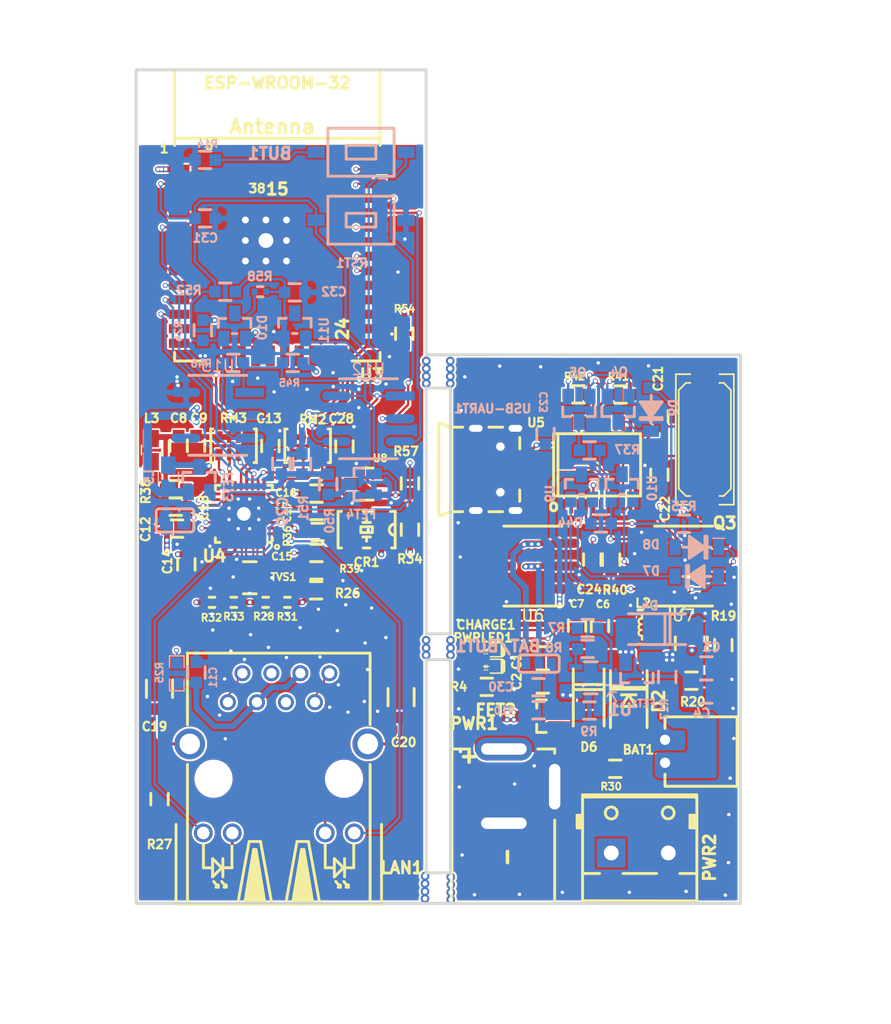
<source format=kicad_pcb>
(kicad_pcb (version 20241229) (generator "pcbnew") (generator_version "9.0")
  (title_block (title "ESP32-EVB") (date "2023-04-14") (rev "K1") (company "OLIMEX Ltd.") (comment 1 "https://www.olimex.com"))
  (layers (0 "F.Cu" mixed) (4 "In1.Cu" signal) (6 "In2.Cu" signal) (2 "B.Cu" mixed) (13 "F.Paste" user) (15 "B.Paste" user) (5 "F.SilkS" user "F.Silkscreen") (7 "B.SilkS" user "B.Silkscreen") (1 "F.Mask" user) (3 "B.Mask" user) (25 "Edge.Cuts" user))
  (net 0 "")
  (net 1 "+5V")
  (net 2 "GND")
  (net 3 "Net-(BUT1-Pad2)")
  (net 4 "/GPI34{slash}BUT1")
  (net 5 "Net-(U1-VBAT)")
  (net 6 "/ESP_EN")
  (net 7 "Net-(D4-K)")
  (net 8 "Net-(LAN1-COM)")
  (net 9 "Net-(U4-NRST)")
  (net 10 "Net-(U5-XI)")
  (net 11 "Net-(U5-XO)")
  (net 12 "Net-(U5-V3)")
  (net 13 "Net-(U8-CT)")
  (net 14 "Net-(U11-VIn)")
  (net 15 "Net-(CHARGE1-K)")
  (net 16 "Net-(CR1-OUT)")
  (net 17 "Net-(D7-K)")
  (net 18 "/GPIO3{slash}U0RXD")
  (net 19 "/GPIO1{slash}U0TXD")
  (net 20 "Net-(D8-A)")
  (net 21 "Net-(D9-K)")
  (net 22 "Net-(D10-CA)")
  (net 23 "/PHYAD0")
  (net 24 "/PHYAD1")
  (net 25 "/PHYAD2")
  (net 26 "/RMIISEL")
  (net 27 "/VDD1A-2A")
  (net 28 "/VDDCR")
  (net 29 "Net-(FET4-D)")
  (net 30 "Net-(U2-LX)")
  (net 31 "Net-(C19-Pad1)")
  (net 32 "Net-(LAN1-AY)")
  (net 33 "/G")
  (net 34 "Net-(LAN1-KG)")
  (net 35 "Net-(LAN1-KY)")
  (net 36 "/+5V_EXT")
  (net 37 "Net-(PWRLED1-K)")
  (net 38 "Net-(Q4-B)")
  (net 39 "Net-(Q4-E)")
  (net 40 "Net-(Q5-E)")
  (net 41 "Net-(Q5-B)")
  (net 42 "Net-(Q5-C)")
  (net 43 "Net-(U1-CHRGb)")
  (net 44 "/+5V_USB")
  (net 45 "Net-(U1-PROG)")
  (net 46 "Net-(U2-FB)")
  (net 47 "/GPIO0{slash}XTAL1{slash}CLKIN")
  (net 48 "Net-(U4-RBIAS)")
  (net 49 "/OSC_DIS")
  (net 50 "Net-(U9-A1)")
  (net 51 "/D_Com")
  (net 52 "+3.3VLAN")
  (net 53 "Net-(C29-Pad2)")
  (net 54 "/BUT1")
  (net 55 "Net-(BAT/BUT1-Pad3)")
  (net 56 "/GPIO26{slash}EMAC_RXD1(RMII)")
  (net 57 "/GPIO27{slash}EMAC_RX_CRS_DV")
  (net 58 "/TX_N")
  (net 59 "/RX_N")
  (net 60 "/RX_P")
  (net 61 "/TX_P")
  (net 62 "+3.3V")
  (net 63 "/GPIO25{slash}EMAC_RXD0(RMII)")
  (net 64 "/GPIO18{slash}MDIO(RMII)")
  (net 65 "/GPIO22{slash}EMAC_TXD1(RMII)")
  (net 66 "/GPIO21{slash}EMAC_TX_EN(RMII)")
  (net 67 "/GPIO17{slash}SPI_CS")
  (net 68 "/GPIO14{slash}HS2_CLK")
  (net 69 "/GPIO11{slash}SD_CMD")
  (net 71 "/GPIO16{slash}I2C-SCL")
  (net 72 "/GPIO9{slash}SD_DATA2")
  (net 73 "/GPIO12{slash}IR_Transmit")
  (net 74 "/GPIO2{slash}HS2_DATA0")
  (net 75 "/GPIO13{slash}I2C-SDA")
  (net 76 "/GPIO6{slash}SD_CLK")
  (net 77 "/GPI35{slash}CAN-RX")
  (net 78 "/GPIO32{slash}REL1")
  (net 79 "/GPIO33{slash}REL2")
  (net 80 "/GPI39{slash}IR_RECEIVE")
  (net 81 "/GPIO5{slash}CAN-TX")
  (net 82 "/GPI36{slash}U1RXD")
  (net 83 "/GPIO7{slash}SD_DATA0")
  (net 84 "/GPIO23{slash}MDC(RMII)")
  (net 85 "/GPIO10{slash}SD_DATA3")
  (net 86 "/GPIO4{slash}U1TXD")
  (net 87 "/GPIO15{slash}HS2_CMD")
  (net 88 "/GPIO19{slash}EMAC_TXD0(RMII)")
  (net 89 "/GPIO8{slash}SD_DATA1")
  (net 96 "/D_N")
  (net 99 "/D_P")
  (net 104 "PGND")
  (net 105 "/C_GPIO3{slash}U0RXD")
  (net 106 "/C_GPIO1{slash}U0TXD")
  (net 107 "/C_ESP_EN")
  (net 108 "/C_GPIO0{slash}XTAL1{slash}CLKIN")
  (net 109 "/C_GPIO2{slash}HS2_DATA0")
  (net 110 "/C_OSC_DIS")
  (net 111 "/C_D_Com")
  (net 112 "/C_GPI34{slash}BUT1")
  (net 113 "/C_BUT1")
  (net 114 "P_+3.3V")
  (footprint "OLIMEX_RLC-FP:C_0603_5MIL_DWS" (layer "F.Cu") (at 206.945509 73.696451 -90)
    (property "Reference" "C8")
    (property "Value" "22uF/6.3V/20%/X5R/C0603")
  )
  (footprint "OLIMEX_RLC-FP:C_0603_5MIL_DWS" (layer "F.Cu") (at 208.469509 73.696451 -90)
    (property "Reference" "C9")
    (property "Value" "22uF/6.3V/20%/X5R/C0603")
  )
  (footprint "OLIMEX_RLC-FP:C_0603_5MIL_DWS" (layer "F.Cu") (at 214.9798 73.719806 90)
    (property "Reference" "C13")
    (property "Value" "100nF/50V/20%/Y5V/C0603")
  )
  (footprint "OLIMEX_RLC-FP:C_0603_5MIL_DWS" (layer "F.Cu") (at 219.010509 83.094451)
    (property "Reference" "C15")
    (property "Value" "100nF/50V/20%/Y5V/C0603")
  )
  (footprint "OLIMEX_RLC-FP:C_0603_5MIL_DWS" (layer "F.Cu") (at 219.010509 77.887451)
    (property "Reference" "C16")
    (property "Value" "2.2uF/6.3V/10%/X5R/C0603")
  )
  (footprint "OLIMEX_RLC-FP:C_0603_5MIL_DWS" (layer "F.Cu") (at 219.010509 79.411451)
    (property "Reference" "C17")
    (property "Value" "100nF/50V/20%/Y5V/C0603")
  )
  (footprint "OLIMEX_RLC-FP:C_0603_5MIL_DWS" (layer "F.Cu") (at 206.691509 79.030451)
    (property "Reference" "C18")
    (property "Value" "1nF/50V/5%/NPO(COG)/C0603")
  )
  (footprint "OLIMEX_Crystal-FP:5032-4P_HCX-3S" (layer "F.Cu") (at 223.409509 81.050451 180)
    (property "Reference" "CR1")
    (property "Value" "Q50MHz/25ppm/3V/4P/5x3.2mm")
  )
  (footprint "OLIMEX_RLC-FP:L_0805_5MIL_DWS" (layer "F.Cu") (at 204.573111 74.084016 -90)
    (property "Reference" "L3")
    (property "Value" "FB0805/600R/2A")
  )
  (footprint "OLIMEX_Connectors-FP:PWRJ-2mm(YDJ-1136)" (layer "F.Cu") (at 240.186543 100.25785 90)
    (property "Reference" "PWR1")
    (property "Value" "PWRJ-2mm(YDJ-1134)")
  )
  (footprint "OLIMEX_Connectors-FP:TB2-DG306-5.0_2P" (layer "F.Cu") (at 247.340851 109.359761)
    (property "Reference" "PWR2")
    (property "Value" "NA(TB2 DG306-5.0-2P)")
  )
  (footprint "OLIMEX_RLC-FP:R_0603_5MIL_DWS" (layer "F.Cu") (at 218.982927 86.361515)
    (property "Reference" "R26")
    (property "Value" "220R/R0603")
  )
  (footprint "OLIMEX_RLC-FP:R_0603_5MIL_DWS" (layer "F.Cu") (at 205.266953 104.644076 90)
    (property "Reference" "R27")
    (property "Value" "220R/R0603")
  )
  (footprint "OLIMEX_RLC-FP:R_0603_5MIL_DWS" (layer "F.Cu") (at 227.209509 81.050451 90)
    (property "Reference" "R34")
    (property "Value" "10k/R0603")
  )
  (footprint "OLIMEX_RLC-FP:R_0603_5MIL_DWS" (layer "F.Cu") (at 219.109509 81.250451 180)
    (property "Reference" "R36")
    (property "Value" "10R/R0603")
  )
  (footprint "OLIMEX_RLC-FP:R_0603_5MIL_DWS" (layer "F.Cu") (at 206.691509 77.506451 180)
    (property "Reference" "R38")
    (property "Value" "10k/R0603")
  )
  (footprint "OLIMEX_RLC-FP:R_0603_5MIL_DWS" (layer "F.Cu") (at 219.010509 84.618451)
    (property "Reference" "R39")
    (property "Value" "12.1k/1%/R0603")
  )
  (footprint "OLIMEX_RLC-FP:R_0603_5MIL_DWS" (layer "F.Cu") (at 245.655347 69.214257)
    (property "Reference" "R41")
    (property "Value" "1k/R0603")
  )
  (footprint "OLIMEX_RLC-FP:R_MATRIX_4" (layer "F.Cu") (at 218.251398 73.705878 180)
    (property "Reference" "RM2")
    (property "Value" "RA1206_(4X0603)_4B8_2.2k")
  )
  (footprint "OLIMEX_RLC-FP:R_MATRIX_4" (layer "F.Cu") (at 211.74759 73.700037)
    (property "Reference" "RM3")
    (property "Value" "RA1206_(4X0603)_4B8_2.2k")
  )
  (footprint "OLIMEX_Regulators-FP:SOT-23-5" (layer "F.Cu") (at 251.852437 91.013296 90)
    (property "Reference" "U2")
    (property "Value" "SY8089AAAC(SOT23-5)")
  )
  (footprint "OLIMEX_Cases-FP:ESP-WROOM-32_MODULE" (layer "F.Cu") (at 215.590509 53.525451)
    (property "Reference" "U3")
    (property "Value" "ESP-WROOM-32")
  )
  (footprint "OLIMEX_IC-FP:QFN32_EP(33)_5.00x5.00x0.90mm_Pitch_0.50mm" (layer "F.Cu") (at 212.660509 79.665451 90)
    (property "Reference" "U4")
    (property "Value" "LAN8710A-EZC(QFN32)")
  )
  (footprint "OLIMEX_Connectors-FP:RJLBC-060TC1" (layer "F.Cu") (at 215.715509 102.860451)
    (property "Reference" "LAN1")
    (property "Value" "RJLD-060TC1(LPJ4013EDNL)")
  )
  (footprint "OLIMEX_RLC-FP:C_1206_5MIL_DWS_ISO" (layer "F.Cu") (at 205.266953 94.983079 90)
    (property "Reference" "C19")
    (property "Value" "1nF/2000V/10%/X7R/C1206")
  )
  (footprint "OLIMEX_RLC-FP:C_1206_5MIL_DWS_ISO" (layer "F.Cu") (at 226.430509 95.720451 90)
    (property "Reference" "C20")
    (property "Value" "NA(1nF/2000V/10%/X7R/C1206)")
  )
  (footprint "OLIMEX_RLC-FP:R_0603_5MIL_DWS" (layer "F.Cu") (at 233.93543 94.811947 180)
    (property "Reference" "R4")
    (property "Value" "2.2k/R0603")
  )
  (footprint "OLIMEX_RLC-FP:R_0603_5MIL_DWS" (layer "F.Cu") (at 254.664707 91.164855 90)
    (property "Reference" "R19")
    (property "Value" "220k/R0603")
  )
  (footprint "OLIMEX_RLC-FP:R_0603_5MIL_DWS" (layer "F.Cu") (at 251.866606 94.274755 180)
    (property "Reference" "R20")
    (property "Value" "49.9k/1%/R0603")
  )
  (footprint "OLIMEX_RLC-FP:C_0603_5MIL_DWS" (layer "F.Cu") (at 249.059379 71.126561 90)
    (property "Reference" "C21")
    (property "Value" "27pF/50V/5%/C0G/C0603")
  )
  (footprint "OLIMEX_RLC-FP:C_0603_5MIL_DWS" (layer "F.Cu") (at 249.059379 76.237561 -90)
    (property "Reference" "C22")
    (property "Value" "27pF/50V/5%/C0G/C0603")
  )
  (footprint "OLIMEX_RLC-FP:C_0603_5MIL_DWS" (layer "F.Cu") (at 243.177305 83.672124 -90)
    (property "Reference" "C24")
    (property "Value" "100nF/50V/20%/Y5V/C0603")
  )
  (footprint "OLIMEX_Diodes-FP:SMA-KA" (layer "F.Cu") (at 242.86474 95.741709 -90)
    (property "Reference" "D6")
    (property "Value" "1N5822/SS34/SMA")
  )
  (footprint "OLIMEX_Transistors-FP:SOT23" (layer "F.Cu") (at 238.947283 97.379611)
    (property "Reference" "FET2")
    (property "Value" "WPM2015-3/TR")
  )
  (footprint "OLIMEX_Crystal-FP:Q_49U3HMS" (layer "F.Cu") (at 253.040335 73.146204 -90)
    (property "Reference" "Q3")
    (property "Value" "Q12MHz/20pF/30ppm/2P/HC-49SM(SMD)")
  )
  (footprint "OLIMEX_RLC-FP:R_0603_5MIL_DWS" (layer "F.Cu") (at 245.186508 101.989377)
    (property "Reference" "R30")
    (property "Value" "10k/R0603")
  )
  (footprint "OLIMEX_RLC-FP:R_0603_5MIL_DWS" (layer "F.Cu") (at 241.963511 69.19943 180)
    (property "Reference" "R42")
    (property "Value" "1k/R0603")
  )
  (footprint "OLIMEX_RLC-FP:R_0603_5MIL_DWS" (layer "F.Cu") (at 226.710509 63.885451 90)
    (property "Reference" "R54")
    (property "Value" "NA/R0603")
  )
  (footprint "OLIMEX_Diodes-FP:DO214AA_1(K)-2(A)" (layer "F.Cu") (at 246.376942 95.893679 -90)
    (property "Reference" "D2")
    (property "Value" "SMBJ6.0A(DO-214AA)")
  )
  (footprint "OLIMEX_RLC-FP:R_0603_5MIL_DWS" (layer "F.Cu") (at 227.209509 76.999451 -90)
    (property "Reference" "R57")
    (property "Value" "NA(1k/R0603)")
  )
  (footprint "OLIMEX_RLC-FP:C_0603_5MIL_DWS" (layer "F.Cu") (at 206.806815 80.956637)
    (property "Reference" "C12")
    (property "Value" "22uF/6.3V/20%/X5R/C0603")
  )
  (footprint "OLIMEX_RLC-FP:C_0805_5MIL_DWS" (layer "F.Cu") (at 238.84597 92.313934 180)
    (property "Reference" "C1")
    (property "Value" "NA(47uF/6.3V/20%/X5R/C0805)")
  )
  (footprint "OLIMEX_RLC-FP:C_0805_5MIL_DWS" (layer "F.Cu") (at 238.84597 94.345934 180)
    (property "Reference" "C2")
    (property "Value" "47uF/6.3V/20%/X5R/C0805")
  )
  (footprint "OLIMEX_RLC-FP:C_0603_5MIL_DWS" (layer "F.Cu") (at 207.618304 84.091629 -90)
    (property "Reference" "C14")
    (property "Value" "100nF/50V/20%/Y5V/C0603")
  )
  (footprint "OLIMEX_RLC-FP:C_0603_5MIL_DWS" (layer "F.Cu") (at 221.466398 73.759878 90)
    (property "Reference" "C28")
    (property "Value" "NA(470nF/16V/10%/X7R/C0603)")
  )
  (footprint "OLIMEX_RLC-FP:R_0603_5MIL_DWS" (layer "F.Cu") (at 244.832092 83.672124 -90)
    (property "Reference" "R40")
    (property "Value" "10k/R0603")
  )
  (footprint "OLIMEX_IC-FP:SSOP-20W" (layer "F.Cu") (at 243.60229 75.375402)
    (property "Reference" "U5")
    (property "Value" "CH340T(SSOP20W)")
  )
  (footprint "OLIMEX_RLC-FP:C_0603_5MIL_DWS" (layer "F.Cu") (at 241.846329 89.447958 -90)
    (property "Reference" "C7")
    (property "Value" "22uF/6.3V/20%/X5R/C0603")
  )
  (footprint "OLIMEX_RLC-FP:C_0603_5MIL_DWS" (layer "F.Cu") (at 243.855714 89.481729 -90)
    (property "Reference" "C6")
    (property "Value" "22uF/6.3V/20%/X5R/C0603")
  )
  (footprint "OLIMEX_LEDs-FP:LED_0603_KA" (layer "F.Cu") (at 233.874507 91.595314 180)
    (property "Reference" "CHARGE1")
    (property "Value" "LED/Yellow/0603")
  )
  (footprint "OLIMEX_IC-FP:SOT-23-5" (layer "F.Cu") (at 223.409509 77.050451)
    (property "Reference" "U8")
    (property "Value" "NA(NCP303LSN27T1G(SOT-23-5))")
  )
  (footprint "OLIMEX_RLC-FP:CD32" (layer "F.Cu") (at 247.384802 89.583043 180)
    (property "Reference" "L2")
    (property "Value" "2.2uH/1.5A/DCR=72mR/20%/3.00x3.00x1.50mm/CD32(NR3015T2R2M)")
  )
  (footprint "OLIMEX_Connectors-FP:LIPO_BAT-CON2DW02R" (layer "F.Cu") (at 252.70845 100.45598 90)
    (property "Reference" "BAT1")
    (property "Value" "DW02R")
  )
  (footprint "OLIMEX_LEDs-FP:LED_0603_KA" (layer "F.Cu") (at 233.874507 93.03059 180)
    (property "Reference" "PWRLED1")
    (property "Value" "LED/RED/0603")
  )
  (footprint "OLIMEX_RLC-FP:R_0402_5MIL_DWS" (layer "F.Cu") (at 211.771509 87.412451 180)
    (property "Reference" "R33")
    (property "Value" "49.9R/1%/R0402")
  )
  (footprint "OLIMEX_RLC-FP:R_0402_5MIL_DWS" (layer "F.Cu") (at 209.866509 87.412451)
    (property "Reference" "R32")
    (property "Value" "49.9R/1%/R0402")
  )
  (footprint "OLIMEX_RLC-FP:R_0402_5MIL_DWS" (layer "F.Cu") (at 216.470509 87.412451 180)
    (property "Reference" "R31")
    (property "Value" "49.9R/1%/R0402")
  )
  (footprint "OLIMEX_RLC-FP:R_0402_5MIL_DWS" (layer "F.Cu") (at 214.565509 87.412451)
    (property "Reference" "R28")
    (property "Value" "49.9R/1%/R0402")
  )
  (footprint "OLIMEX_Connectors-FP:USB-MICRO_MISB-SWMM-5B_LF" (layer "F.Cu") (at 233.225972 75.774124 180)
    (property "Reference" "USB-UART1")
    (property "Value" "MISB-SWMM-5B-LF(USB_MICRO)")
  )
  (footprint "OLIMEX_Diodes-FP:SOT-23-5" (layer "F.Cu") (at 213.168509 85.253451)
    (property "Reference" "TVS1")
    (property "Value" "ESDS314DBVR(SOT-23-5)")
  )
  (footprint "Library:2.0MM" (layer "F.Cu") (at 240.77245 86.23716 180)
    (property "Reference" "U6")
    (property "Value" "2_3P针座")
  )
  (footprint "Library:2.0MM" (layer "F.Cu") (at 253.970497 86.23716 180)
    (property "Reference" "U7")
    (property "Value" "2_3P针座")
  )
  (footprint "OLIMEX_Diodes-FP:SMA-KA" (layer "B.Cu") (at 248.857717 89.759285 180)
    (property "Reference" "D4")
    (property "Value" "1N5822/SS34/SMA")
  )
  (footprint "OLIMEX_Transistors-FP:SOT23" (layer "B.Cu") (at 247.087968 93.822294 90)
    (property "Reference" "FET1")
    (property "Value" "WPM2015-3/TR")
  )
  (footprint "OLIMEX_Jumpers-FP:SJ" (layer "B.Cu") (at 206.625829 80.236307)
    (property "Reference" "PHY_RST1" (hide yes))
    (property "Value" "Opened")
  )
  (footprint "OLIMEX_RLC-FP:R_0603_5MIL_DWS" (layer "B.Cu") (at 209.268509 48.666451 180)
    (property "Reference" "R14")
    (property "Value" "220R/R0603")
  )
  (footprint "OLIMEX_RLC-FP:R_0603_5MIL_DWS" (layer "B.Cu") (at 251.203896 80.533047 180)
    (property "Reference" "R35")
    (property "Value" "10k/R0603")
  )
  (footprint "OLIMEX_Buttons-FP:T1107A(6x3,8x2,5MM)" (layer "B.Cu") (at 222.920509 47.995698 180)
    (property "Reference" "BUT1")
    (property "Value" "T1107A(6x3,8x2,5MM)")
  )
  (footprint "OLIMEX_RLC-FP:C_0603_5MIL_DWS" (layer "B.Cu") (at 239.083967 72.669606 90)
    (property "Reference" "C23")
    (property "Value" "22uF/6.3V/20%/X5R/C0603")
  )
  (footprint "OLIMEX_Transistors-FP:SOT23" (layer "B.Cu") (at 242.013826 70.50508 90)
    (property "Reference" "Q5")
    (property "Value" "BC817-40(SOT23)")
  )
  (footprint "OLIMEX_RLC-FP:R_0603_5MIL_DWS" (layer "B.Cu") (at 216.93455 66.445756 180)
    (property "Reference" "R45")
    (property "Value" "10k/R0603")
  )
  (footprint "OLIMEX_RLC-FP:C_0805_5MIL_DWS" (layer "B.Cu") (at 253.164732 93.201266)
    (property "Reference" "C3")
    (property "Value" "NA(47uF/6.3V/20%/X5R/C0805)")
  )
  (footprint "OLIMEX_RLC-FP:C_0805_5MIL_DWS" (layer "B.Cu") (at 253.164732 95.233266)
    (property "Reference" "C4")
    (property "Value" "47uF/6.3V/20%/X5R/C0805")
  )
  (footprint "OLIMEX_RLC-FP:R_0603_5MIL_DWS" (layer "B.Cu") (at 242.942826 74.10508)
    (property "Reference" "R37")
    (property "Value" "220R/R0603")
  )
  (footprint "OLIMEX_RLC-FP:R_0603_5MIL_DWS" (layer "B.Cu") (at 243.942826 80.50508 180)
    (property "Reference" "R44")
    (property "Value" "NA/R0603")
  )
  (footprint "OLIMEX_RLC-FP:C_0603_5MIL_DWS" (layer "B.Cu") (at 215.941009 75.284951 -90)
    (property "Reference" "C29")
    (property "Value" "22uF/6.3V/20%/X5R/C0603")
  )
  (footprint "OLIMEX_RLC-FP:R_0603_5MIL_DWS" (layer "B.Cu") (at 220.041009 77.073951 90)
    (property "Reference" "R50")
    (property "Value" "1k/R0603")
  )
  (footprint "OLIMEX_RLC-FP:R_0603_5MIL_DWS" (layer "B.Cu") (at 217.741009 75.295951 -90)
    (property "Reference" "R51")
    (property "Value" "10k/R0603")
  )
  (footprint "OLIMEX_Transistors-FP:SOT23" (layer "B.Cu") (at 208.732972 76.66429 -90)
    (property "Reference" "FET3")
    (property "Value" "WPM2015-3/TR")
  )
  (footprint "OLIMEX_RLC-FP:L_0805_5MIL_DWS" (layer "B.Cu") (at 206.042536 76.409072 90)
    (property "Reference" "L5")
    (property "Value" "NA(FB0805/600R/2A)")
  )
  (footprint "OLIMEX_IC-FP:SOT-23-5" (layer "B.Cu") (at 243.040473 94.027012)
    (property "Reference" "U1")
    (property "Value" "BL4054B-42TPRN(SOT23-5)")
  )
  (footprint "OLIMEX_RLC-FP:R_0603_5MIL_DWS" (layer "B.Cu") (at 242.773594 91.491655 180)
    (property "Reference" "R8")
    (property "Value" "2k/1%/R0603")
  )
  (footprint "OLIMEX_Jumpers-FP:SJ_2_SMALL" (layer "B.Cu") (at 238.500896 92.780259)
    (property "Reference" "BAT/BUT1")
    (property "Value" "Opened(2-3)/Soldered(1-2)")
  )
  (footprint "OLIMEX_Diodes-FP:SOD-123_1C-2A_KA" (layer "B.Cu") (at 252.326492 85.136332)
    (property "Reference" "D7")
    (property "Value" "1N5819S4(SOD-123)")
  )
  (footprint "OLIMEX_RLC-FP:R_0603_5MIL_DWS" (layer "B.Cu") (at 238.471718 96.862143 180)
    (property "Reference" "R10")
    (property "Value" "470k/R0603")
  )
  (footprint "OLIMEX_RLC-FP:R_0603_5MIL_DWS" (layer "B.Cu") (at 242.93369 96.888522 180)
    (property "Reference" "R9")
    (property "Value" "470k/R0603")
  )
  (footprint "OLIMEX_RLC-FP:C_0603_5MIL_DWS" (layer "B.Cu") (at 238.471718 94.845718 180)
    (property "Reference" "C30")
    (property "Value" "100nF/50V/20%/Y5V/C0603")
  )
  (footprint "OLIMEX_Diodes-FP:SOT23-3" (layer "B.Cu") (at 242.242826 77.30508 -90)
    (property "Reference" "U9")
    (property "Value" "BAT54C(SOT23-3)")
  )
  (footprint "OLIMEX_Diodes-FP:SOD-123_1C-2A_KA" (layer "B.Cu") (at 252.341319 82.600974 180)
    (property "Reference" "D8")
    (property "Value" "1N5819S4(SOD-123)")
  )
  (footprint "OLIMEX_RLC-FP:R_0603_5MIL_DWS" (layer "B.Cu") (at 209.059062 63.586889 -90)
    (property "Reference" "R24")
    (property "Value" "10k/R0603")
  )
  (footprint "OLIMEX_RLC-FP:R_0603_5MIL_DWS" (layer "B.Cu") (at 249.740885 93.945466 90)
    (property "Reference" "R17")
    (property "Value" "NA/R0603")
  )
  (footprint "OLIMEX_RLC-FP:R_0603_5MIL_DWS" (layer "B.Cu") (at 242.773594 89.667977 180)
    (property "Reference" "R7")
    (property "Value" "2.2k/R0603")
  )
  (footprint "OLIMEX_RLC-FP:C_0603_5MIL_DWS" (layer "B.Cu") (at 209.255509 53.787451 180)
    (property "Reference" "C31")
    (property "Value" "1uF/10V/10%/X5R/C0603")
  )
  (footprint "OLIMEX_Buttons-FP:T1107A(6x3,8x2,5MM)" (layer "B.Cu") (at 222.920509 53.945451)
    (property "Reference" "RST1")
    (property "Value" "T1107A(6x3,8x2,5MM)")
  )
  (footprint "OLIMEX_RLC-FP:R_0603_5MIL_DWS" (layer "B.Cu") (at 211.742593 66.442864 180)
    (property "Reference" "R46")
    (property "Value" "NA/R0603")
  )
  (footprint "OLIMEX_RLC-FP:0R_0603" (layer "B.Cu") (at 206.783504 93.62907 -90)
    (property "Reference" "R25")
    (property "Value" "0R(board_mounted)")
  )
  (footprint "OLIMEX_Diodes-FP:SOT23-3" (layer "B.Cu") (at 245.788366 77.29378 -90)
    (property "Reference" "U10")
    (property "Value" "BAT54C(SOT23-3)")
  )
  (footprint "OLIMEX_RLC-FP:C_0603_5MIL_DWS" (layer "B.Cu") (at 208.501178 93.544871 90)
    (property "Reference" "C11")
    (property "Value" "100nF/50V/20%/Y5V/C0603")
  )
  (footprint "OLIMEX_Diodes-FP:SOD-123_1C-2A_KA" (layer "B.Cu") (at 248.329166 70.520033 90)
    (property "Reference" "D9")
    (property "Value" "1N5819S4(SOD-123)")
  )
  (footprint "OLIMEX_Transistors-FP:SOT23" (layer "B.Cu") (at 245.442826 70.50508 90)
    (property "Reference" "Q4")
    (property "Value" "BC817-40(SOT23)")
  )
  (footprint "OLIMEX_Diodes-FP:SOT23-3" (layer "B.Cu") (at 211.846976 63.216849 -90)
    (property "Reference" "D10")
    (property "Value" "BAT54A(SOT23-3)")
  )
  (footprint "OLIMEX_RLC-FP:R_0603_5MIL_DWS" (layer "B.Cu") (at 211.026008 60.210647 180)
    (property "Reference" "R52")
    (property "Value" "100k/R0603")
  )
  (footprint "OLIMEX_RLC-FP:R_0402_5MIL_DWS" (layer "B.Cu") (at 214.090878 60.210647)
    (property "Reference" "R58")
    (property "Value" "49.9R/1%/R0402")
  )
  (footprint "OLIMEX_IC-FP:SOT-23" (layer "B.Cu") (at 217.121203 63.20265 -90)
    (property "Reference" "U11")
    (property "Value" "HX7027(SOT-23)")
  )
  (footprint "OLIMEX_Transistors-FP:SOT23" (layer "B.Cu") (at 222.941009 77.073951)
    (property "Reference" "FET4")
    (property "Value" "BSS138")
  )
  (footprint "OLIMEX_RLC-FP:C_0603_5MIL_DWS" (layer "B.Cu") (at 217.11084 60.266781 180)
    (property "Reference" "C32")
    (property "Value" "1uF/10V/10%/X5R/C0603")
  )
  (footprint "Library:2.0MM" (layer "B.Cu") (at 213.165995 69.034825 180)
    (property "Reference" "U13")
    (property "Value" "2_3P针座")
  )
  (footprint "Library:2.0MM" (layer "B.Cu") (at 226.363718 69.333746 180)
    (property "Reference" "U12")
    (property "Value" "2_3P针座")
  )
  (gr_line (start 245.280759 96.126522) (end 244.780759 95.152316) (stroke (width 0.15)) (layer "B.SilkS"))
  (gr_line (start 244.780759 95.212316) (end 245.270759 95.292316) (stroke (width 0.15)) (layer "B.SilkS"))
  (gr_line (start 244.480759 95.632316) (end 244.780759 95.212316) (stroke (width 0.15)) (layer "B.SilkS"))
  (gr_line (start 244.780759 95.152316) (end 244.480759 95.632316) (stroke (width 0.15)) (layer "B.SilkS"))
  (gr_rect (start 228.620509 68.645191) (end 230.758021 90.167777) (stroke (width 0.254)) (fill no) (layer "Edge.Cuts"))
  (gr_rect (start 228.620509 92.436778) (end 230.758021 111.102628) (stroke (width 0.254)) (fill no) (layer "Edge.Cuts"))
  (gr_poly (pts (xy 228.619861 65.729634) (xy 228.620509 40.774375) (xy 203.220509 40.777515) (xy 203.220509 113.772725) (xy 256.155888 113.775451) (xy 256.158021 65.742198)) (stroke (width 0.254)) (fill no) (layer "Edge.Cuts"))
  (gr_text "+" (at 232.478091 100.927976 270) (layer "F.SilkS") (effects (font (size 1.27 1.27) (thickness 0.3175))))
  (gr_text "-" (at 235.837806 109.720979 270) (layer "F.SilkS") (effects (font (size 1.27 1.27) (thickness 0.3175))))
  (via (at 228.524619 111.38306) (size 0.762) (drill 0.4064) (layers "F.Cu" "B.Cu") (net 0))
  (via (at 230.736103 66.942002) (size 0.762) (drill 0.4064) (layers "F.Cu" "B.Cu") (net 0))
  (via (at 228.636281 66.936697) (size 0.762) (drill 0.4064) (layers "F.Cu" "B.Cu") (net 0))
  (via (at 228.620509 90.730164) (size 0.762) (drill 0.4064) (layers "F.Cu" "B.Cu") (net 0))
  (via (at 228.620509 92.041548) (size 0.762) (drill 0.4064) (layers "F.Cu" "B.Cu") (net 0))
  (via (at 228.620509 91.412078) (size 0.762) (drill 0.4064) (layers "F.Cu" "B.Cu") (net 0))
  (via (at 228.524619 112.047562) (size 0.762) (drill 0.4064) (layers "F.Cu" "B.Cu") (net 0))
  (via (at 228.636281 67.618611) (size 0.762) (drill 0.4064) (layers "F.Cu" "B.Cu") (net 0))
  (via (at 230.758021 91.412078) (size 0.762) (drill 0.4064) (layers "F.Cu" "B.Cu") (net 0))
  (via (at 230.736103 68.253386) (size 0.762) (drill 0.4064) (layers "F.Cu" "B.Cu") (net 0))
  (via (at 228.636281 68.248081) (size 0.762) (drill 0.4064) (layers "F.Cu" "B.Cu") (net 0))
  (via (at 230.736103 66.2775) (size 0.762) (drill 0.4064) (layers "F.Cu" "B.Cu") (net 0))
  (via (at 230.758021 92.041548) (size 0.762) (drill 0.4064) (layers "F.Cu" "B.Cu") (net 0))
  (via (at 230.781961 111.470553) (size 0.762) (drill 0.4064) (layers "F.Cu" "B.Cu") (net 0))
  (via (at 230.781961 113.446439) (size 0.762) (drill 0.4064) (layers "F.Cu" "B.Cu") (net 0))
  (via (at 230.758021 90.730164) (size 0.762) (drill 0.4064) (layers "F.Cu" "B.Cu") (net 0))
  (via (at 228.524619 113.358946) (size 0.762) (drill 0.4064) (layers "F.Cu" "B.Cu") (net 0))
  (via (at 228.636281 66.272195) (size 0.762) (drill 0.4064) (layers "F.Cu" "B.Cu") (net 0))
  (via (at 230.781961 112.816969) (size 0.762) (drill 0.4064) (layers "F.Cu" "B.Cu") (net 0))
  (via (at 230.781961 112.135055) (size 0.762) (drill 0.4064) (layers "F.Cu" "B.Cu") (net 0))
  (via (at 228.524619 112.729476) (size 0.762) (drill 0.4064) (layers "F.Cu" "B.Cu") (net 0))
  (via (at 230.736103 67.623916) (size 0.762) (drill 0.4064) (layers "F.Cu" "B.Cu") (net 0))
  (segment (start 239.484203 89.842909) (end 234.060907 89.842909) (width 0.2032) (layer "F.Cu") (net 1))
  (segment (start 233.112507 93.03059) (end 233.112507 91.595314) (width 0.2032) (layer "F.Cu") (net 1))
  (segment (start 239.86197 92.313934) (end 239.86197 90.220676) (width 0.2032) (layer "F.Cu") (net 1))
  (segment (start 239.86197 90.220676) (end 239.484203 89.842909) (width 0.2032) (layer "F.Cu") (net 1))
  (segment (start 234.060907 89.842909) (end 233.112507 90.791309) (width 0.2032) (layer "F.Cu") (net 1))
  (segment (start 233.112507 90.791309) (end 233.112507 91.595314) (width 0.2032) (layer "F.Cu") (net 1))
  (via (at 240.609909 95.523334) (size 0.6096) (drill 0.3048) (layers "F.Cu" "B.Cu") (net 1))
  (via (at 241.27519 95.552162) (size 0.6096) (drill 0.3048) (layers "F.Cu" "B.Cu") (net 1))
  (via (at 246.113773 91.748555) (size 0.6096) (drill 0.3048) (layers "F.Cu" "B.Cu") (net 1))
  (via (at 245.64475 91.755208) (size 0.6096) (drill 0.3048) (layers "F.Cu" "B.Cu") (net 1))
  (via (at 246.649325 91.77184) (size 0.6096) (drill 0.3048) (layers "F.Cu" "B.Cu") (net 1))
  (segment (start 214.9798 72.830806) (end 215.423646 72.38696) (width 0.2032) (layer "F.Cu") (net 2))
  (segment (start 214.468509 85.253451) (end 215.093551 85.253451) (width 0.381) (layer "F.Cu") (net 2))
  (segment (start 209.890509 65.825451) (end 208.646697 65.825451) (width 0.508) (layer "F.Cu") (net 2))
  (segment (start 222.139509 79.780451) (end 220.268509 79.780451) (width 0.508) (layer "F.Cu") (net 2))
  (segment (start 218.632398 72.943878) (end 221.393398 72.943878) (width 0.508) (layer "F.Cu") (net 2))
  (segment (start 215.093551 85.253451) (end 215.103409 85.263309) (width 0.381) (layer "F.Cu") (net 2))
  (segment (start 221.393398 72.943878) (end 221.466398 72.870878) (width 0.508) (layer "F.Cu") (net 2))
  (segment (start 221.466398 72.870878) (end 221.466398 72.864938) (width 0.508) (layer "F.Cu") (net 2))
  (segment (start 219.899509 77.887451) (end 219.934776 77.887451) (width 0.2032) (layer "F.Cu") (net 2))
  (segment (start 221.466398 72.864938) (end 222.299878 72.031458) (width 0.508) (layer "F.Cu") (net 2))
  (segment (start 215.423646 72.38696) (end 215.807396 72.38696) (width 0.2032) (layer "F.Cu") (net 2))
  (segment (start 220.268509 79.780451) (end 219.899509 79.411451) (width 0.508) (layer "F.Cu") (net 2))
  (via (at 219.322795 92.195757) (size 0.5) (drill 0.3) (layers "F.Cu" "B.Cu") (net 2))
  (via (at 223.282324 90.9756) (size 0.5) (drill 0.3) (layers "F.Cu" "B.Cu") (net 2))
  (via (at 226.159051 58.491082) (size 0.45) (drill 0.3) (layers "F.Cu" "B.Cu") (net 2))
  (via (at 212.022834 83.640249) (size 0.5) (drill 0.3) (layers "F.Cu" "B.Cu") (net 2))
  (via (at 222.504773 86.59739) (size 0.5) (drill 0.3) (layers "F.Cu" "B.Cu") (net 2))
  (via (at 209.684968 82.498371) (size 0.5) (drill 0.3) (layers "F.Cu" "B.Cu") (net 2))
  (via (at 218.19347 68.760924) (size 0.5) (drill 0.3) (layers "F.Cu" "B.Cu") (net 2))
  (via (at 224.370895 96.956762) (size 0.5) (drill 0.3) (layers "F.Cu" "B.Cu") (net 2))
  (via (at 225.561879 78.697736) (size 0.5) (drill 0.3) (layers "F.Cu" "B.Cu") (net 2))
  (via (at 210.530487 97.291707) (size 0.5) (drill 0.3) (layers "F.Cu" "B.Cu") (net 2))
  (via (at 211.718928 85.194147) (size 0.5) (drill 0.3) (layers "F.Cu" "B.Cu") (net 2))
  (via (at 225.109124 68.290394) (size 0.45) (drill 0.3) (layers "F.Cu" "B.Cu") (net 2))
  (via (at 222.729291 70.366915) (size 0.45) (drill 0.3) (layers "F.Cu" "B.Cu") (net 2))
  (via (at 213.245935 90.245899) (size 0.5) (drill 0.3) (layers "F.Cu" "B.Cu") (net 2))
  (via (at 213.866703 67.783578) (size 0.45) (drill 0.3) (layers "F.Cu" "B.Cu") (net 2))
  (via (at 206.802167 68.052877) (size 0.5) (drill 0.3) (layers "F.Cu" "B.Cu") (net 2))
  (via (at 215.308227 68.985456) (size 0.5) (drill 0.3) (layers "F.Cu" "B.Cu") (net 2))
  (via (at 226.765675 55.597951) (size 0.45) (drill 0.3) (layers "F.Cu" "B.Cu") (net 2))
  (via (at 222.143181 78.72528) (size 0.5) (drill 0.3) (layers "F.Cu" "B.Cu") (net 2))
  (via (at 221.775071 97.028536) (size 0.5) (drill 0.3) (layers "F.Cu" "B.Cu") (net 2))
  (via (at 211.930079 88.619023) (size 0.5) (drill 0.3) (layers "F.Cu" "B.Cu") (net 2))
  (via (at 213.159678 86.622424) (size 0.5) (drill 0.3) (layers "F.Cu" "B.Cu") (net 2))
  (via (at 206.810951 82.323734) (size 0.5) (drill 0.3) (layers "F.Cu" "B.Cu") (net 2))
  (via (at 209.848635 88.439588) (size 0.5) (drill 0.3) (layers "F.Cu" "B.Cu") (net 2))
  (via (at 216.392026 92.243607) (size 0.5) (drill 0.3) (layers "F.Cu" "B.Cu") (net 2))
  (via (at 214.812999 91.358395) (size 0.5) (drill 0.3) (layers "F.Cu" "B.Cu") (net 2))
  (via (at 222.299878 72.031458) (size 0.45) (drill 0.3) (layers "F.Cu" "B.Cu") (net 2))
  (via (at 211.674993 68.066445) (size 0.5) (drill 0.3) (layers "F.Cu" "B.Cu") (net 2))
  (via (at 223.21055 96.095475) (size 0.5) (drill 0.3) (layers "F.Cu" "B.Cu") (net 2))
  (via (at 221.583674 87.62615) (size 0.5) (drill 0.3) (layers "F.Cu" "B.Cu") (net 2))
  (via (at 225.100597 90.497107) (size 0.5) (drill 0.3) (layers "F.Cu" "B.Cu") (net 2))
  (via (at 223.551066 81.072791) (size 0.5) (drill 0.3) (layers "F.Cu" "B.Cu") (net 2))
  (via (at 211.032905 99.361189) (size 0.5) (drill 0.3) (layers "F.Cu" "B.Cu") (net 2))
  (via (at 214.585715 88.511362) (size 0.5) (drill 0.3) (layers "F.Cu" "B.Cu") (net 2))
  (via (at 220.493769 68.517662) (size 0.45) (drill 0.3) (layers "F.Cu" "B.Cu") (net 2))
  (via (at 206.883827 68.414518) (size 0.5) (drill 0.3) (layers "F.Cu" "B.Cu") (net 2))
  (via (at 225.412436 65.898895) (size 0.45) (drill 0.3) (layers "F.Cu" "B.Cu") (net 2))
  (via (at 222.730155 68.745794) (size 0.45) (drill 0.3) (layers "F.Cu" "B.Cu") (net 2))
  (via (at 215.807396 72.38696) (size 0.5) (drill 0.3) (layers "F.Cu" "B.Cu") (net 2))
  (via (at 209.729012 86.178709) (size 0.5) (drill 0.3) (layers "F.Cu" "B.Cu") (net 2))
  (via (at 221.335678 85.511051) (size 0.5) (drill 0.3) (layers "F.Cu" "B.Cu") (net 2))
  (via (at 223.844553 87.913246) (size 0.5) (drill 0.3) (layers "F.Cu" "B.Cu") (net 2))
  (via (at 220.17212 96.597892) (size 0.5) (drill 0.3) (layers "F.Cu" "B.Cu") (net 2))
  (via (at 215.103409 85.263309) (size 0.5) (drill 0.3) (layers "F.Cu" "B.Cu") (net 2))
  (via (at 220.473722 67.305205) (size 0.5) (drill 0.3) (layers "F.Cu" "B.Cu") (net 2))
  (via (at 210.973093 94.121691) (size 0.5) (drill 0.3) (layers "F.Cu" "B.Cu") (net 2))
  (via (at 220.937709 94.636071) (size 0.5) (drill 0.3) (layers "F.Cu" "B.Cu") (net 2))
  (via (at 222.974765 84.62789) (size 0.5) (drill 0.3) (layers "F.Cu" "B.Cu") (net 2))
  (via (at 209.46584 95.652869) (size 0.5) (drill 0.3) (layers "F.Cu" "B.Cu") (net 2))
  (via (at 211.52336 91.681377) (size 0.5) (drill 0.3) (layers "F.Cu" "B.Cu") (net 2))
  (via (at 215.27998 63.705067) (size 0.5) (drill 0.3) (layers "F.Cu" "B.Cu") (net 2))
  (via (at 225.622422 63.915701) (size 0.45) (drill 0.3) (layers "F.Cu" "B.Cu") (net 2))
  (via (at 208.849341 65.825451) (size 0.5) (drill 0.3) (layers "F.Cu" "B.Cu") (net 2))
  (via (at 223.497646 93.296291) (size 0.5) (drill 0.3) (layers "F.Cu" "B.Cu") (net 2))
  (via (at 206.802167 67.671793) (size 0.5) (drill 0.3) (layers "F.Cu" "B.Cu") (net 2))
  (via (at 208.991066 83.869885) (size 0.5) (drill 0.3) (layers "F.Cu" "B.Cu") (net 2))
  (via (at 212.70763 92.411079) (size 0.5) (drill 0.3) (layers "F.Cu" "B.Cu") (net 2))
  (via (at 209.932371 89.83918) (size 0.5) (drill 0.3) (layers "F.Cu" "B.Cu") (net 2))
  (via (at 216.41595 88.403701) (size 0.5) (drill 0.3) (layers "F.Cu" "B.Cu") (net 2))
  (via (at 220.84201 89.887029) (size 0.5) (drill 0.3) (layers "F.Cu" "B.Cu") (net 2))
  (via (at 217.588258 89.623858) (size 0.5) (drill 0.3) (layers "F.Cu" "B.Cu") (net 2))
  (via (at 222.508237 75.254904) (size 0.5) (drill 0.3) (layers "F.Cu" "B.Cu") (net 2))
  (via (at 219.191209 88.020906) (size 0.5) (drill 0.3) (layers "F.Cu" "B.Cu") (net 2))
  (via (at 209.270686 65.825451) (size 0.5) (drill 0.3) (layers "F.Cu" "B.Cu") (net 2))
  (segment (start 216.158553 64.61953) (end 216.158553 64.58364) (width 0.508) (layer "B.Cu") (net 2))
  (segment (start 216.158553 64.58364) (end 215.27998 63.705067) (width 0.508) (layer "B.Cu") (net 2))
  (segment (start 206.802167 69.017255) (end 206.802167 67.671793) (width 0.5) (layer "B.Cu") (net 2))
  (segment (start 207.577995 69.034825) (end 206.819737 69.034825) (width 0.5) (layer "B.Cu") (net 2))
  (segment (start 206.819737 69.034825) (end 206.802167 69.017255) (width 0.5) (layer "B.Cu") (net 2))
  (segment (start 210.157509 48.666451) (end 216.506092 48.666451) (width 0.2032) (layer "B.Cu") (net 3))
  (segment (start 217.176845 47.995698) (end 218.983509 47.995698) (width 0.2032) (layer "B.Cu") (net 3))
  (segment (start 216.506092 48.666451) (end 217.176845 47.995698) (width 0.2032) (layer "B.Cu") (net 3))
  (segment (start 211.42962 70.930453) (end 211.28963 70.930453) (width 0.2032) (layer "F.Cu") (net 4))
  (segment (start 205.527497 54.565451) (end 205.523136 54.56109) (width 0.2032) (layer "F.Cu") (net 4))
  (segment (start 206.990509 54.565451) (end 205.527497 54.565451) (width 0.2032) (layer "F.Cu") (net 4))
  (segment (start 210.225445 69.866268) (end 210.225445 67.495509) (width 0.2032) (layer "F.Cu") (net 4))
  (segment (start 211.28963 70.930453) (end 210.225445 69.866268) (width 0.2032) (layer "F.Cu") (net 4))
  (via (at 210.225445 67.495509) (size 0.45) (drill 0.3) (layers "F.Cu" "B.Cu") (net 4))
  (via (at 205.523136 54.56109) (size 0.45) (drill 0.3) (layers "F.Cu" "B.Cu") (net 4))
  (via (at 211.42962 70.930453) (size 0.45) (drill 0.3) (layers "F.Cu" "B.Cu") (net 4))
  (segment (start 212.499507 70.930453) (end 212.529009 70.900951) (width 0.2032) (layer "B.Cu") (net 4))
  (segment (start 207.514578 65.204613) (end 207.514578 59.724418) (width 0.2032) (layer "B.Cu") (net 4))
  (segment (start 210.225445 67.495509) (end 210.04008 67.310144) (width 0.2032) (layer "B.Cu") (net 4))
  (segment (start 205.523136 57.732976) (end 205.523136 54.56109) (width 0.2032) (layer "B.Cu") (net 4))
  (segment (start 210.04008 67.310144) (end 209.620109 67.310144) (width 0.2032) (layer "B.Cu") (net 4))
  (segment (start 211.42962 70.930453) (end 212.499507 70.930453) (width 0.2032) (layer "B.Cu") (net 4))
  (segment (start 207.514578 59.724418) (end 205.523136 57.732976) (width 0.2032) (layer "B.Cu") (net 4))
  (segment (start 209.620109 67.310144) (end 207.514578 65.204613) (width 0.2032) (layer "B.Cu") (net 4))
  (segment (start 223.168946 76.383523) (end 223.835874 77.050451) (width 0.2032) (layer "F.Cu") (net 6))
  (segment (start 205.382994 50.755451) (end 205.380312 50.752769) (width 0.2032) (layer "F.Cu") (net 6))
  (segment (start 206.990509 50.755451) (end 205.382994 50.755451) (width 0.2032) (layer "F.Cu") (net 6))
  (segment (start 224.330751 69.639586) (end 223.168946 70.801391) (width 0.2032) (layer "F.Cu") (net 6))
  (segment (start 223.835874 77.050451) (end 224.709509 77.050451) (width 0.2032) (layer "F.Cu") (net 6))
  (segment (start 223.168946 70.801391) (end 223.168946 76.383523) (width 0.2032) (layer "F.Cu") (net 6))
  (segment (start 224.330751 69.330288) (end 224.330751 69.639586) (width 0.2032) (layer "F.Cu") (net 6))
  (via (at 224.330751 69.330288) (size 0.45) (drill 0.3) (layers "F.Cu" "B.Cu") (net 6))
  (via (at 205.380312 50.752769) (size 0.45) (drill 0.3) (layers "F.Cu" "B.Cu") (net 6))
  (segment (start 218.983509 52.947368) (end 218.276739 52.240598) (width 0.2032) (layer "B.Cu") (net 6))
  (segment (start 218.276739 52.240598) (end 208.876273 52.240598) (width 0.2032) (layer "B.Cu") (net 6))
  (segment (start 210.137008 60.210647) (end 210.137008 59.344793) (width 0.2032) (layer "B.Cu") (net 6))
  (segment (start 209.03868 60.210647) (end 209.03868 60.21605) (width 0.2032) (layer "B.Cu") (net 6))
  (segment (start 206.150956 53.787451) (end 205.380312 53.016807) (width 0.2032) (layer "B.Cu") (net 6))
  (segment (start 208.366509 57.574294) (end 208.366509 53.787451) (width 0.2032) (layer "B.Cu") (net 6))
  (segment (start 218.983509 55.125333) (end 218.983509 53.945451) (width 0.2032) (layer "B.Cu") (net 6))
  (segment (start 208.366509 53.787451) (end 206.150956 53.787451) (width 0.2032) (layer "B.Cu") (net 6))
  (segment (start 209.03868 60.210647) (end 210.137008 60.210647) (width 0.2032) (layer "B.Cu") (net 6))
  (segment (start 210.726486 64.475889) (end 210.884326 64.633729) (width 0.2032) (layer "B.Cu") (net 6))
  (segment (start 205.380312 53.016807) (end 205.380312 50.752769) (width 0.2032) (layer "B.Cu") (net 6))
  (segment (start 224.330751 69.330288) (end 224.633133 69.330288) (width 0.2) (layer "B.Cu") (net 6))
  (segment (start 208.28064 64.475889) (end 208.025788 64.221037) (width 0.2032) (layer "B.Cu") (net 6))
  (segment (start 221.574871 63.722941) (end 221.574871 57.716695) (width 0.2032) (layer "B.Cu") (net 6))
  (segment (start 208.876273 52.240598) (end 208.366509 52.750362) (width 0.2032) (layer "B.Cu") (net 6))
  (segment (start 223.735995 65.884065) (end 221.574871 63.722941) (width 0.2032) (layer "B.Cu") (net 6))
  (segment (start 208.025788 64.221037) (end 208.025788 61.228942) (width 0.2032) (layer "B.Cu") (net 6))
  (segment (start 209.059062 64.475889) (end 210.726486 64.475889) (width 0.2032) (layer "B.Cu") (net 6))
  (segment (start 224.330751 69.330288) (end 223.996803 69.330288) (width 0.2032) (layer "B.Cu") (net 6))
  (segment (start 208.366509 52.750362) (end 208.366509 53.787451) (width 0.2032) (layer "B.Cu") (net 6))
  (segment (start 224.636591 69.333746) (end 226.363718 69.333746) (width 0.2) (layer "B.Cu") (net 6))
  (segment (start 218.983509 53.945451) (end 218.983509 52.947368) (width 0.2032) (layer "B.Cu") (net 6))
  (segment (start 221.574871 57.716695) (end 218.983509 55.125333) (width 0.2032) (layer "B.Cu") (net 6))
  (segment (start 210.137008 59.344793) (end 208.366509 57.574294) (width 0.2032) (layer "B.Cu") (net 6))
  (segment (start 223.735995 69.06948) (end 223.735995 65.884065) (width 0.2032) (layer "B.Cu") (net 6))
  (segment (start 223.996803 69.330288) (end 223.735995 69.06948) (width 0.2032) (layer "B.Cu") (net 6))
  (segment (start 209.059062 64.475889) (end 208.28064 64.475889) (width 0.2032) (layer "B.Cu") (net 6))
  (segment (start 209.03868 60.21605) (end 208.025788 61.228942) (width 0.2032) (layer "B.Cu") (net 6))
  (segment (start 224.633133 69.330288) (end 224.636591 69.333746) (width 0.2) (layer "B.Cu") (net 6))
  (segment (start 252.439027 91.01736) (end 251.003548 91.01736) (width 0.2032) (layer "F.Cu") (net 7))
  (segment (start 252.802437 90.65395) (end 252.439027 91.01736) (width 0.2032) (layer "F.Cu") (net 7))
  (segment (start 252.802437 89.713296) (end 252.802437 90.65395) (width 0.2032) (layer "F.Cu") (net 7))
  (segment (start 251.003548 91.01736) (end 250.780251 91.240657) (width 0.2032) (layer "F.Cu") (net 7))
  (segment (start 250.780251 92.19111) (end 250.902437 92.313296) (width 0.2032) (layer "F.Cu") (net 7))
  (segment (start 250.780251 91.240657) (end 250.780251 92.19111) (width 0.2032) (layer "F.Cu") (net 7))
  (via (at 250.223184 91.984068) (size 0.6096) (drill 0.3048) (layers "F.Cu" "B.Cu") (net 7))
  (via (at 249.693176 92.46418) (size 0.6096) (drill 0.3048) (layers "F.Cu" "B.Cu") (net 7))
  (via (at 250.223184 92.46418) (size 0.6096) (drill 0.3048) (layers "F.Cu" "B.Cu") (net 7))
  (via (at 249.693176 91.996265) (size 0.6096) (drill 0.3048) (layers "F.Cu" "B.Cu") (net 7))
  (segment (start 206.783504 94.51807) (end 208.416979 94.51807) (width 0.508) (layer "B.Cu") (net 8))
  (segment (start 211.700906 98.260054) (end 213.800509 96.160451) (width 0.508) (layer "B.Cu") (net 8))
  (segment (start 213.800509 96.160451) (end 214.609066 95.351895) (width 0.508) (layer "B.Cu") (net 8))
  (segment (start 215.104435 94.855994) (end 216.374966 94.855994) (width 0.508) (layer "B.Cu") (net 8))
  (segment (start 210.084133 98.260054) (end 211.700906 98.260054) (width 0.508) (layer "B.Cu") (net 8))
  (segment (start 208.416979 94.51807) (end 208.501178 94.433871) (width 0.508) (layer "B.Cu") (net 8))
  (segment (start 208.501178 96.677099) (end 210.084133 98.260054) (width 0.508) (layer "B.Cu") (net 8))
  (segment (start 216.374966 94.855994) (end 217.610509 93.620451) (width 0.508) (layer "B.Cu") (net 8))
  (segment (start 214.609066 95.351895) (end 214.609066 95.351363) (width 0.508) (layer "B.Cu") (net 8))
  (segment (start 208.501178 94.433871) (end 208.501178 96.677099) (width 0.508) (layer "B.Cu") (net 8))
  (segment (start 214.609066 95.351363) (end 215.104435 94.855994) (width 0.508) (layer "B.Cu") (net 8))
  (segment (start 210.210509 78.915451) (end 209.467958 78.915451) (width 0.254) (layer "F.Cu") (net 9))
  (segment (start 227.209509 76.110451) (end 227.209509 75.196272) (width 0.2032) (layer "F.Cu") (net 9))
  (segment (start 207.580509 79.290409) (end 208.276708 79.986608) (width 0.2032) (layer "F.Cu") (net 9))
  (segment (start 209.467958 78.915451) (end 209.352958 79.030451) (width 0.254) (layer "F.Cu") (net 9))
  (segment (start 207.580509 79.030451) (end 207.580509 77.506451) (width 0.254) (layer "F.Cu") (net 9))
  (segment (start 209.352958 79.030451) (end 207.580509 79.030451) (width 0.254) (layer "F.Cu") (net 9))
  (segment (start 207.580509 79.030451) (end 207.580509 79.290409) (width 0.2032) (layer "F.Cu") (net 9))
  (segment (start 227.209509 75.196272) (end 227.216685 75.189096) (width 0.2032) (layer "F.Cu") (net 9))
  (via (at 208.276708 79.986608) (size 0.45) (drill 0.3) (layers "F.Cu" "B.Cu") (net 9))
  (via (at 209.082289 78.957501) (size 0.45) (drill 0.3) (layers "F.Cu" "B.Cu") (net 9))
  (via (at 227.216685 75.189096) (size 0.45) (drill 0.3) (layers "F.Cu" "B.Cu") (net 9))
  (segment (start 226.329781 79.275589) (end 227.216685 78.388685) (width 0.2032) (layer "B.Cu") (net 9))
  (segment (start 227.216685 78.388685) (end 227.216685 75.189096) (width 0.2032) (layer "B.Cu") (net 9))
  (segment (start 207.637528 79.986608) (end 207.387829 80.236307) (width 0.2032) (layer "B.Cu") (net 9))
  (segment (start 214.456752 77.770485) (end 215.961856 79.275589) (width 0.2032) (layer "B.Cu") (net 9))
  (segment (start 211.514241 77.770485) (end 214.456752 77.770485) (width 0.2032) (layer "B.Cu") (net 9))
  (segment (start 207.574792 79.990322) (end 207.540287 80.024827) (width 0.254) (layer "B.Cu") (net 9))
  (segment (start 208.276708 79.986608) (end 207.637528 79.986608) (width 0.2032) (layer "B.Cu") (net 9))
  (segment (start 210.327225 78.957501) (end 211.514241 77.770485) (width 0.2032) (layer "B.Cu") (net 9))
  (segment (start 209.082289 78.957501) (end 210.327225 78.957501) (width 0.2032) (layer "B.Cu") (net 9))
  (segment (start 215.961856 79.275589) (end 226.329781 79.275589) (width 0.2032) (layer "B.Cu") (net 9))
  (segment (start 253.040335 70.207323) (end 251.232097 72.015561) (width 0.2032) (layer "F.Cu") (net 10))
  (segment (start 247.088693 73.326114) (end 247.748826 73.326114) (width 0.2032) (layer "F.Cu") (net 10))
  (segment (start 245.87729 74.537517) (end 247.088693 73.326114) (width 0.2032) (layer "F.Cu") (net 10))
  (segment (start 251.232097 72.015561) (end 249.059379 72.015561) (width 0.2032) (layer "F.Cu") (net 10))
  (segment (start 247.748826 73.326114) (end 249.059379 72.015561) (width 0.2032) (layer "F.Cu") (net 10))
  (segment (start 245.87729 78.994902) (end 245.87729 74.537517) (width 0.2032) (layer "F.Cu") (net 10))
  (segment (start 253.040335 68.447204) (end 253.040335 70.207323) (width 0.2032) (layer "F.Cu") (net 10))
  (segment (start 253.040335 75.939706) (end 251.699094 74.598465) (width 0.2032) (layer "F.Cu") (net 11))
  (segment (start 247.792858 74.08204) (end 247.251479 74.08204) (width 0.2032) (layer "F.Cu") (net 11))
  (segment (start 249.100347 75.348561) (end 249.059379 75.348561) (width 0.2032) (layer "F.Cu") (net 11))
  (segment (start 249.850443 74.598465) (end 249.100347 75.348561) (width 0.2032) (layer "F.Cu") (net 11))
  (segment (start 249.059379 75.348561) (end 247.792858 74.08204) (width 0.2032) (layer "F.Cu") (net 11))
  (segment (start 246.52729 74.806229) (end 246.52729 78.994902) (width 0.2032) (layer "F.Cu") (net 11))
  (segment (start 247.251479 74.08204) (end 246.52729 74.806229) (width 0.2032) (layer "F.Cu") (net 11))
  (segment (start 251.699094 74.598465) (end 249.850443 74.598465) (width 0.2032) (layer "F.Cu") (net 11))
  (segment (start 253.040335 77.845204) (end 253.040335 75.939706) (width 0.2032) (layer "F.Cu") (net 11))
  (segment (start 243.257294 77.137224) (end 243.27729 77.15722) (width 0.2032) (layer "F.Cu") (net 12))
  (segment (start 243.177305 81.994768) (end 243.273095 81.898978) (width 0.2032) (layer "F.Cu") (net 12))
  (segment (start 244.832092 82.783124) (end 243.177305 82.783124) (width 0.2032) (layer "F.Cu") (net 12))
  (segment (start 243.27729 78.994902) (end 243.27729 77.15722) (width 0.2032) (layer "F.Cu") (net 12))
  (segment (start 243.177305 82.783124) (end 243.177305 81.994768) (width 0.2032) (layer "F.Cu") (net 12))
  (via (at 243.273095 81.898978) (size 0.5) (drill 0.3) (layers "F.Cu" "B.Cu") (net 12))
  (via (at 243.27729 77.15722) (size 0.5) (drill 0.3) (layers "F.Cu" "B.Cu") (net 12))
  (segment (start 221.440051 78.000451) (end 221.086566 77.646966) (width 0.254) (layer "F.Cu") (net 13))
  (segment (start 221.086566 75.02871) (end 221.466398 74.648878) (width 0.254) (layer "F.Cu") (net 13))
  (segment (start 222.109509 78.000451) (end 221.440051 78.000451) (width 0.254) (layer "F.Cu") (net 13))
  (segment (start 221.086566 77.646966) (end 221.086566 75.02871) (width 0.254) (layer "F.Cu") (net 13))
  (segment (start 214.598878 60.210647) (end 216.165706 60.210647) (width 0.2032) (layer "B.Cu") (net 14))
  (segment (start 216.165706 60.210647) (end 216.22184 60.266781) (width 0.2032) (layer "B.Cu") (net 14))
  (segment (start 211.915008 60.210647) (end 211.915008 60.178345) (width 0.2032) (layer "B.Cu") (net 14))
  (segment (start 211.915008 60.178345) (end 212.983791 59.109562) (width 0.2032) (layer "B.Cu") (net 14))
  (segment (start 216.22184 62.197923) (end 216.22184 60.266781) (width 0.2032) (layer "B.Cu") (net 14))
  (segment (start 215.94762 59.109562) (end 216.22184 59.383782) (width 0.2032) (layer "B.Cu") (net 14))
  (segment (start 216.22184 59.383782) (end 216.22184 60.266781) (width 0.2032) (layer "B.Cu") (net 14))
  (segment (start 216.443447 62.41953) (end 216.22184 62.197923) (width 0.2032) (layer "B.Cu") (net 14))
  (segment (start 212.983791 59.109562) (end 215.94762 59.109562) (width 0.2032) (layer "B.Cu") (net 14))
  (segment (start 217.108553 62.41953) (end 216.443447 62.41953) (width 0.2032) (layer "B.Cu") (net 14))
  (segment (start 239.281051 90.574253) (end 239.294595 90.587797) (width 0.2032) (layer "F.Cu") (net 15))
  (segment (start 234.84558 90.574253) (end 239.281051 90.574253) (width 0.2032) (layer "F.Cu") (net 15))
  (segment (start 234.636507 90.783326) (end 234.84558 90.574253) (width 0.2032) (layer "F.Cu") (net 15))
  (segment (start 234.636507 91.595314) (end 234.636507 90.783326) (width 0.2032) (layer "F.Cu") (net 15))
  (via (at 239.294595 90.587797) (size 0.45) (drill 0.3) (layers "F.Cu" "B.Cu") (net 15))
  (segment (start 240.214415 89.667977) (end 239.294595 90.587797) (width 0.2032) (layer "B.Cu") (net 15))
  (segment (start 241.884594 89.667977) (end 240.214415 89.667977) (width 0.2032) (layer "B.Cu") (net 15))
  (segment (start 219.998509 81.250451) (end 221.069509 81.250451) (width 0.254) (layer "F.Cu") (net 16))
  (segment (start 221.069509 81.250451) (end 222.139509 82.320451) (width 0.254) (layer "F.Cu") (net 16))
  (segment (start 241.97729 80.464957) (end 241.914364 80.527883) (width 0.2032) (layer "F.Cu") (net 17))
  (segment (start 241.97729 78.994902) (end 241.97729 80.464957) (width 0.2032) (layer "F.Cu") (net 17))
  (via (at 241.914364 80.527883) (size 0.45) (drill 0.3) (layers "F.Cu" "B.Cu") (net 17))
  (segment (start 241.910621 80.531626) (end 241.914364 80.527883) (width 0.2032) (layer "B.Cu") (net 17))
  (segment (start 241.910621 84.036203) (end 241.910621 80.531626) (width 0.2032) (layer "B.Cu") (net 17))
  (segment (start 243.01075 85.136332) (end 241.910621 84.036203) (width 0.2032) (layer "B.Cu") (net 17))
  (segment (start 250.426492 85.136332) (end 243.01075 85.136332) (width 0.2032) (layer "B.Cu") (net 17))
  (segment (start 227.713942 53.295451) (end 224.190509 53.295451) (width 0.2032) (layer "F.Cu") (net 18))
  (segment (start 227.71689 53.298399) (end 227.713942 53.295451) (width 0.2032) (layer "F.Cu") (net 18))
  (segment (start 228.025339 53.298399) (end 227.71689 53.298399) (width 0.2032) (layer "F.Cu") (net 18))
  (via (at 228.025339 53.298399) (size 0.45) (drill 0.3) (layers "F.Cu" "B.Cu") (net 18))
  (segment (start 227.869874 68.585618) (end 228.10919 68.824934) (width 0.2) (layer "B.Cu") (net 18))
  (segment (start 228.10919 68.824934) (end 228.10919 72.965496) (width 0.2) (layer "B.Cu") (net 18))
  (segment (start 227.869874 53.453864) (end 227.869874 68.585618) (width 0.2032) (layer "B.Cu") (net 18))
  (segment (start 228.025339 53.298399) (end 227.869874 53.453864) (width 0.2032) (layer "B.Cu") (net 18))
  (segment (start 228.10919 72.965496) (end 227.74094 73.333746) (width 0.2) (layer "B.Cu") (net 18))
  (segment (start 227.74094 73.333746) (end 226.363718 73.333746) (width 0.2) (layer "B.Cu") (net 18))
  (segment (start 227.052783 68.188979) (end 227.052783 70.102177) (width 0.2) (layer "F.Cu") (net 19))
  (segment (start 225.733209 52.025451) (end 225.771075 52.063317) (width 0.2032) (layer "F.Cu") (net 19))
  (segment (start 224.190509 52.025451) (end 225.733209 52.025451) (width 0.2032) (layer "F.Cu") (net 19))
  (segment (start 227.052783 70.102177) (end 225.831757 71.323203) (width 0.2) (layer "F.Cu") (net 19))
  (segment (start 225.831757 71.323203) (end 224.797385 71.323203) (width 0.2) (layer "F.Cu") (net 19))
  (via (at 227.052783 68.188979) (size 0.45) (drill 0.3) (layers "F.Cu" "B.Cu") (net 19))
  (via (at 224.797385 71.323203) (size 0.45) (drill 0.3) (layers "F.Cu" "B.Cu") (net 19))
  (via (at 225.771075 52.063317) (size 0.45) (drill 0.3) (layers "F.Cu" "B.Cu") (net 19))
  (segment (start 225.535576 55.557968) (end 225.535576 52.298816) (width 0.2032) (layer "B.Cu") (net 19))
  (segment (start 227.052783 68.165648) (end 227.052783 68.188979) (width 0.2) (layer "B.Cu") (net 19))
  (segment (start 227.045005 68.15787) (end 227.052783 68.165648) (width 0.2) (layer "B.Cu") (net 19))
  (segment (start 227.045005 68.15787) (end 227.451192 67.751683) (width 0.2032) (layer "B.Cu") (net 19))
  (segment (start 226.363718 71.333746) (end 224.807928 71.333746) (width 0.2) (layer "B.Cu") (net 19))
  (segment (start 225.535576 52.298816) (end 225.771075 52.063317) (width 0.2032) (layer "B.Cu") (net 19))
  (segment (start 227.451192 67.751683) (end 227.451192 57.473584) (width 0.2032) (layer "B.Cu") (net 19))
  (segment (start 224.807928 71.333746) (end 224.797385 71.323203) (width 0.2) (layer "B.Cu") (net 19))
  (segment (start 227.451192 57.473584) (end 225.535576 55.557968) (width 0.2032) (layer "B.Cu") (net 19))
  (segment (start 246.66021 80.511045) (end 242.857196 80.511045) (width 0.2032) (layer "F.Cu") (net 20))
  (segment (start 242.857196 80.511045) (end 242.62729 80.281139) (width 0.2032) (layer "F.Cu") (net 20))
  (segment (start 242.62729 80.281139) (end 242.62729 78.994902) (width 0.2032) (layer "F.Cu") (net 20))
  (via (at 246.66021 80.511045) (size 0.45) (drill 0.3) (layers "F.Cu" "B.Cu") (net 20))
  (segment (start 246.682212 80.533047) (end 250.314896 80.533047) (width 0.254) (layer "B.Cu") (net 20))
  (segment (start 246.66021 80.511045) (end 246.682212 80.533047) (width 0.254) (layer "B.Cu") (net 20))
  (segment (start 250.441319 82.600974) (end 250.441319 80.65947) (width 0.2032) (layer "B.Cu") (net 20))
  (segment (start 250.441319 80.65947) (end 250.314896 80.533047) (width 0.2032) (layer "B.Cu") (net 20))
  (segment (start 247.071385 72.420033) (end 246.258792 71.60744) (width 0.2032) (layer "B.Cu") (net 21))
  (segment (start 246.258792 71.60744) (end 245.440286 71.60744) (width 0.2032) (layer "B.Cu") (net 21))
  (segment (start 248.329166 72.420033) (end 247.071385 72.420033) (width 0.2032) (layer "B.Cu") (net 21))
  (segment (start 211.834326 62.433729) (end 212.915345 62.433729) (width 0.2032) (layer "B.Cu") (net 22))
  (segment (start 212.915345 62.433729) (end 213.582878 61.766196) (width 0.2032) (layer "B.Cu") (net 22))
  (segment (start 213.582878 61.766196) (end 213.582878 60.210647) (width 0.2032) (layer "B.Cu") (net 22))
  (segment (start 212.410509 75.828411) (end 213.01759 75.22133) (width 0.2032) (layer "F.Cu") (net 23))
  (segment (start 212.410509 77.215451) (end 212.410509 75.828411) (width 0.2032) (layer "F.Cu") (net 23))
  (segment (start 213.01759 75.22133) (end 213.01759 74.462037) (width 0.2032) (layer "F.Cu") (net 23))
  (segment (start 219.521398 74.467878) (end 219.521398 76.401053) (width 0.2032) (layer "F.Cu") (net 24))
  (segment (start 217.08181 77.014443) (end 216.622766 77.473487) (width 0.2032) (layer "F.Cu") (net 24))
  (segment (start 219.521398 76.401053) (end 218.908008 77.014443) (width 0.2032) (layer "F.Cu") (net 24))
  (segment (start 216.622766 77.473487) (end 216.622766 77.997397) (width 0.2032) (layer "F.Cu") (net 24))
  (segment (start 216.622766 77.997397) (end 216.204712 78.415451) (width 0.2032) (layer "F.Cu") (net 24))
  (segment (start 216.204712 78.415451) (end 215.110509 78.415451) (width 0.2032) (layer "F.Cu") (net 24))
  (segment (start 218.908008 77.014443) (end 217.08181 77.014443) (width 0.2032) (layer "F.Cu") (net 24))
  (segment (start 216.05395 77.765379) (end 216.05395 76.969536) (width 0.2032) (layer "F.Cu") (net 25))
  (segment (start 216.05395 76.969536) (end 216.43316 76.590326) (width 0.2032) (layer "F.Cu") (net 25))
  (segment (start 218.209463 76.590326) (end 218.632398 76.167391) (width 0.2032) (layer "F.Cu") (net 25))
  (segment (start 216.43316 76.590326) (end 218.209463 76.590326) (width 0.2032) (layer "F.Cu") (net 25))
  (segment (start 218.632398 76.167391) (end 218.632398 74.467878) (width 0.2032) (layer "F.Cu") (net 25))
  (segment (start 215.110509 77.915451) (end 215.903878 77.915451) (width 0.2032) (layer "F.Cu") (net 25))
  (segment (start 215.903878 77.915451) (end 216.05395 77.765379) (width 0.2032) (layer "F.Cu") (net 25))
  (segment (start 217.620688 76.106333) (end 217.870398 75.856623) (width 0.2032) (layer "F.Cu") (net 26))
  (segment (start 214.829001 76.493028) (end 215.85797 76.493028) (width 0.2032) (layer "F.Cu") (net 26))
  (segment (start 216.244665 76.106333) (end 217.620688 76.106333) (width 0.2032) (layer "F.Cu") (net 26))
  (segment (start 215.85797 76.493028) (end 216.244665 76.106333) (width 0.2032) (layer "F.Cu") (net 26))
  (segment (start 214.410509 76.91152) (end 214.829001 76.493028) (width 0.2032) (layer "F.Cu") (net 26))
  (segment (start 214.410509 77.215451) (end 214.410509 76.91152) (width 0.2032) (layer "F.Cu") (net 26))
  (segment (start 217.870398 75.856623) (end 217.870398 74.467878) (width 0.2032) (layer "F.Cu") (net 26))
  (segment (start 216.978509 87.412451) (end 217.777311 87.412451) (width 0.508) (layer "F.Cu") (net 27))
  (segment (start 217.777311 87.412451) (end 217.787291 87.422431) (width 0.508) (layer "F.Cu") (net 27))
  (segment (start 216.261576 82.647735) (end 216.708292 83.094451) (width 0.2032) (layer "F.Cu") (net 27))
  (segment (start 215.680437 81.415451) (end 216.261576 81.99659) (width 0.2032) (layer "F.Cu") (net 27))
  (segment (start 207.618304 83.202629) (end 206.869447 83.202629) (width 0.508) (layer "F.Cu") (net 27))
  (segment (start 204.081917 75.59121) (end 204.573111 75.100016) (width 0.381) (layer "F.Cu") (net 27))
  (segment (start 206.869447 83.202629) (end 206.864893 83.207183) (width 0.508) (layer "F.Cu") (net 27))
  (segment (start 216.261576 81.99659) (end 216.261576 82.647735) (width 0.2032) (layer "F.Cu") (net 27))
  (segment (start 205.917815 80.956637) (end 205.836465 81.037987) (width 0.381) (layer "F.Cu") (net 27))
  (segment (start 213.184374 87.412451) (end 214.057509 87.412451) (width 0.508) (layer "F.Cu") (net 27))
  (segment (start 205.917815 80.956637) (end 205.917815 82.82371) (width 0.508) (layer "F.Cu") (net 27))
  (segment (start 205.836465 81.037987) (end 204.890234 81.037987) (width 0.381) (layer "F.Cu") (net 27))
  (segment (start 211.538494 83.202629) (end 207.618304 83.202629) (width 0.254) (layer "F.Cu") (net 27))
  (segment (start 209.358509 87.412451) (end 208.486655 87.412451) (width 0.508) (layer "F.Cu") (net 27))
  (segment (start 218.093927 87.115795) (end 217.787291 87.422431) (width 0.508) (layer "F.Cu") (net 27))
  (segment (start 218.093927 86.361515) (end 218.093927 87.115795) (width 0.508) (layer "F.Cu") (net 27))
  (segment (start 208.486655 87.412451) (end 208.48416 87.414946) (width 0.508) (layer "F.Cu") (net 27))
  (segment (start 215.110509 81.415451) (end 215.680437 81.415451) (width 0.2032) (layer "F.Cu") (net 27))
  (segment (start 211.910509 82.830614) (end 211.538494 83.202629) (width 0.254) (layer "F.Cu") (net 27))
  (segment (start 211.910509 82.115451) (end 211.910509 82.830614) (width 0.254) (layer "F.Cu") (net 27))
  (segment (start 204.890234 81.037987) (end 204.081917 80.22967) (width 0.381) (layer "F.Cu") (net 27))
  (segment (start 212.279509 87.412451) (end 213.184374 87.412451) (width 0.508) (layer "F.Cu") (net 27))
  (segment (start 204.081917 80.22967) (end 204.081917 75.59121) (width 0.381) (layer "F.Cu") (net 27))
  (segment (start 216.708292 83.094451) (end 217.058667 83.094451) (width 0.2032) (layer "F.Cu") (net 27))
  (segment (start 205.92734 82.833235) (end 205.917815 82.82371) (width 0.508) (layer "F.Cu") (net 27))
  (segment (start 218.121509 83.094451) (end 217.058667 83.094451) (width 0.2032) (layer "F.Cu") (net 27))
  (via (at 205.917815 82.82371) (size 0.5) (drill 0.3) (layers "F.Cu" "B.Cu") (net 27))
  (via (at 206.864893 83.207183) (size 0.5) (drill 0.3) (layers "F.Cu" "B.Cu") (net 27))
  (via (at 206.756239 91.622748) (size 0.45) (drill 0.3) (layers "F.Cu" "B.Cu") (net 27))
  (via (at 205.917815 82.43074) (size 0.5) (drill 0.3) (layers "F.Cu" "B.Cu") (net 27))
  (via (at 217.787291 87.422431) (size 0.45) (drill 0.3) (layers "F.Cu" "B.Cu") (net 27))
  (via (at 205.917815 81.985001) (size 0.5) (drill 0.3) (layers "F.Cu" "B.Cu") (net 27))
  (via (at 213.184374 87.412451) (size 0.45) (drill 0.3) (layers "F.Cu" "B.Cu") (net 27))
  (via (at 217.058667 83.094451) (size 0.45) (drill 0.3) (layers "F.Cu" "B.Cu") (net 27))
  (via (at 208.48416 87.414946) (size 0.45) (drill 0.3) (layers "F.Cu" "B.Cu") (net 27))
  (segment (start 206.783504 92.74007) (end 206.783504 91.650013) (width 0.2032) (layer "B.Cu") (net 27))
  (segment (start 206.783504 91.650013) (end 206.756239 91.622748) (width 0.2032) (layer "B.Cu") (net 27))
  (segment (start 218.121509 77.887451) (end 218.121509 79.411451) (width 0.508) (layer "F.Cu") (net 28))
  (segment (start 215.110509 78.915451) (end 216.889157 78.915451) (width 0.254) (layer "F.Cu") (net 28))
  (segment (start 218.121509 77.887451) (end 217.273575 77.887451) (width 0.508) (layer "F.Cu") (net 28))
  (segment (start 216.889157 78.915451) (end 217.138677 79.16497) (width 0.254) (layer "F.Cu") (net 28))
  (segment (start 217.273575 77.887451) (end 217.259792 77.901234) (width 0.508) (layer "F.Cu") (net 28))
  (segment (start 217.875028 79.16497) (end 218.121509 79.411451) (width 0.254) (layer "F.Cu") (net 28))
  (segment (start 217.138677 79.16497) (end 217.875028 79.16497) (width 0.254) (layer "F.Cu") (net 28))
  (via (at 217.259792 77.901234) (size 0.45) (drill 0.3) (layers "F.Cu" "B.Cu") (net 28))
  (segment (start 220.041009 77.962951) (end 220.947109 77.962951) (width 0.508) (layer "B.Cu") (net 29))
  (segment (start 220.947109 77.962951) (end 221.838649 77.071411) (width 0.508) (layer "B.Cu") (net 29))
  (segment (start 205.266953 99.14851) (end 205.266953 96.761079) (width 0.254) (layer "F.Cu") (net 31))
  (segment (start 226.430509 99.012066) (end 226.430509 97.498451) (width 0.254) (layer "F.Cu") (net 31))
  (segment (start 207.915509 99.810451) (end 205.928894 99.810451) (width 0.254) (layer "F.Cu") (net 31))
  (segment (start 226.425759 99.007316) (end 226.430509 99.012066) (width 0.254) (layer "F.Cu") (net 31))
  (segment (start 225.622624 99.810451) (end 226.425759 99.007316) (width 0.254) (layer "F.Cu") (net 31))
  (segment (start 223.515509 99.810451) (end 225.622624 99.810451) (width 0.254) (layer "F.Cu") (net 31))
  (segment (start 205.928894 99.810451) (end 205.266953 99.14851) (width 0.254) (layer "F.Cu") (net 31))
  (segment (start 215.110509 80.415451) (end 215.93802 80.415451) (width 0.2032) (layer "F.Cu") (net 32))
  (segment (start 215.93802 80.415451) (end 215.943686 80.421117) (width 0.2032) (layer "F.Cu") (net 32))
  (via (at 215.943686 80.421117) (size 0.5) (drill 0.3) (layers "F.Cu" "B.Cu") (net 32))
  (segment (start 214.907095 80.891389) (end 214.907095 82.440663) (width 0.2032) (layer "B.Cu") (net 32))
  (segment (start 215.377367 80.421117) (end 214.907095 80.891389) (width 0.2032) (layer "B.Cu") (net 32))
  (segment (start 204.836811 89.04192) (end 204.836811 103.340253) (width 0.2032) (layer "B.Cu") (net 32))
  (segment (start 204.836811 103.340253) (end 209.105509 107.608951) (width 0.2032) (layer "B.Cu") (net 32))
  (segment (start 210.869384 83.009347) (end 204.836811 89.04192) (width 0.2032) (layer "B.Cu") (net 32))
  (segment (start 214.360865 83.009347) (end 210.869384 83.009347) (width 0.2032) (layer "B.Cu") (net 32))
  (segment (start 215.943686 80.421117) (end 215.377367 80.421117) (width 0.2032) (layer "B.Cu") (net 32))
  (segment (start 214.918322 82.45189) (end 214.360865 83.009347) (width 0.2032) (layer "B.Cu") (net 32))
  (segment (start 214.907095 82.440663) (end 214.918322 82.45189) (width 0.2032) (layer "B.Cu") (net 32))
  (segment (start 224.164545 96.155286) (end 224.164545 89.103497) (width 0.2032) (layer "F.Cu") (net 33))
  (segment (start 221.422563 86.361515) (end 219.871927 86.361515) (width 0.2032) (layer "F.Cu") (net 33))
  (segment (start 219.911939 98.147013) (end 222.172818 98.147013) (width 0.2032) (layer "F.Cu") (net 33))
  (segment (start 224.164545 89.103497) (end 221.422563 86.361515) (width 0.2032) (layer "F.Cu") (net 33))
  (segment (start 222.172818 98.147013) (end 224.164545 96.155286) (width 0.2032) (layer "F.Cu") (net 33))
  (segment (start 218.21628 99.842672) (end 219.911939 98.147013) (width 0.2032) (layer "F.Cu") (net 33))
  (segment (start 219.785509 105.745253) (end 218.21628 104.176024) (width 0.2032) (layer "F.Cu") (net 33))
  (segment (start 219.785509 107.608951) (end 219.785509 105.745253) (width 0.2032) (layer "F.Cu") (net 33))
  (segment (start 218.21628 104.176024) (end 218.21628 99.842672) (width 0.2032) (layer "F.Cu") (net 33))
  (segment (start 216.144772 80.951517) (end 216.821858 81.628603) (width 0.2032) (layer "F.Cu") (net 34))
  (segment (start 215.110509 80.915451) (end 215.687921 80.915451) (width 0.2032) (layer "F.Cu") (net 34))
  (segment (start 215.723987 80.951517) (end 216.144772 80.951517) (width 0.2032) (layer "F.Cu") (net 34))
  (segment (start 215.687921 80.915451) (end 215.723987 80.951517) (width 0.2032) (layer "F.Cu") (net 34))
  (segment (start 216.821858 81.628603) (end 216.821858 82.0627) (width 0.2032) (layer "F.Cu") (net 34))
  (via (at 216.821858 82.0627) (size 0.5) (drill 0.3) (layers "F.Cu" "B.Cu") (net 34))
  (segment (start 216.821858 82.0627) (end 219.160115 82.0627) (width 0.2032) (layer "B.Cu") (net 34))
  (segment (start 226.285282 89.187867) (end 226.285282 106.263566) (width 0.2032) (layer "B.Cu") (net 34))
  (segment (start 219.160115 82.0627) (end 226.285282 89.187867) (width 0.2032) (layer "B.Cu") (net 34))
  (segment (start 224.939897 107.608951) (end 222.325509 107.608951) (width 0.2032) (layer "B.Cu") (net 34))
  (segment (start 226.285282 106.263566) (end 224.939897 107.608951) (width 0.2032) (layer "B.Cu") (net 34))
  (segment (start 205.266953 109.70604) (end 205.266953 105.533076) (width 0.254) (layer "F.Cu") (net 35))
  (segment (start 211.645509 107.608951) (end 211.645509 109.555144) (width 0.254) (layer "F.Cu") (net 35))
  (segment (start 211.058333 110.14232) (end 205.703233 110.14232) (width 0.254) (layer "F.Cu") (net 35))
  (segment (start 205.703233 110.14232) (end 205.266953 109.70604) (width 0.254) (layer "F.Cu") (net 35))
  (segment (start 211.645509 109.555144) (end 211.058333 110.14232) (width 0.254) (layer "F.Cu") (net 35))
  (segment (start 234.636507 94.624024) (end 234.82443 94.811947) (width 0.2032) (layer "F.Cu") (net 37))
  (segment (start 234.636507 93.03059) (end 234.636507 94.624024) (width 0.2032) (layer "F.Cu") (net 37))
  (segment (start 246.544347 69.214257) (end 246.544347 68.229061) (width 0.2032) (layer "F.Cu") (net 38))
  (segment (start 246.374552 68.059266) (end 244.720496 68.059266) (width 0.2032) (layer "F.Cu") (net 38))
  (segment (start 246.544347 68.229061) (end 246.374552 68.059266) (width 0.2032) (layer "F.Cu") (net 38))
  (via (at 244.720496 68.059266) (size 0.45) (drill 0.3) (layers "F.Cu" "B.Cu") (net 38))
  (segment (start 244.492866 68.286896) (end 244.720496 68.059266) (width 0.2032) (layer "B.Cu") (net 38))
  (segment (start 244.492866 69.39764) (end 244.492866 68.286896) (width 0.2032) (layer "B.Cu") (net 38))
  (segment (start 242.852511 67.592113) (end 242.946689 67.497935) (width 0.2032) (layer "F.Cu") (net 39))
  (segment (start 243.27729 71.755902) (end 243.27729 69.624209) (width 0.2032) (layer "F.Cu") (net 39))
  (segment (start 243.27729 69.624209) (end 242.852511 69.19943) (width 0.2032) (layer "F.Cu") (net 39))
  (segment (start 242.852511 69.19943) (end 242.852511 67.592113) (width 0.2032) (layer "F.Cu") (net 39))
  (via (at 242.946689 67.497935) (size 0.45) (drill 0.3) (layers "F.Cu" "B.Cu") (net 39))
  (segment (start 246.164988 67.497935) (end 242.946689 67.497935) (width 0.2032) (layer "B.Cu") (net 39))
  (segment (start 246.395326 69.39764) (end 246.395326 67.728273) (width 0.2032) (layer "B.Cu") (net 39))
  (segment (start 246.395326 67.728273) (end 246.164988 67.497935) (width 0.2032) (layer "B.Cu") (net 39))
  (segment (start 244.766347 69.214257) (end 244.628084 69.214257) (width 0.2032) (layer "F.Cu") (net 40))
  (segment (start 244.766347 69.214257) (end 243.92729 70.053314) (width 0.2032) (layer "F.Cu") (net 40))
  (segment (start 243.92729 70.053314) (end 243.92729 71.755902) (width 0.2032) (layer "F.Cu") (net 40))
  (segment (start 244.628084 69.214257) (end 243.443156 68.029329) (width 0.2032) (layer "F.Cu") (net 40))
  (via (at 243.443156 68.029329) (size 0.45) (drill 0.3) (layers "F.Cu" "B.Cu") (net 40))
  (segment (start 242.966326 69.39764) (end 242.966326 68.506159) (width 0.2032) (layer "B.Cu") (net 40))
  (segment (start 242.966326 68.506159) (end 243.443156 68.029329) (width 0.2032) (layer "B.Cu") (net 40))
  (segment (start 241.074511 68.045719) (end 241.07309 68.044298) (width 0.2032) (layer "F.Cu") (net 41))
  (segment (start 241.074511 69.19943) (end 241.074511 68.045719) (width 0.2032) (layer "F.Cu") (net 41))
  (via (at 241.07309 68.044298) (size 0.45) (drill 0.3) (layers "F.Cu" "B.Cu") (net 41))
  (segment (start 241.063866 68.053522) (end 241.07309 68.044298) (width 0.2032) (layer "B.Cu") (net 41))
  (segment (start 241.063866 69.39764) (end 241.063866 68.053522) (width 0.2032) (layer "B.Cu") (net 41))
  (segment (start 242.011286 71.60744) (end 242.011286 74.06254) (width 0.2032) (layer "B.Cu") (net 42))
  (segment (start 242.011286 74.06254) (end 242.053826 74.10508) (width 0.2032) (layer "B.Cu") (net 42))
  (segment (start 244.826818 93.077012) (end 244.826818 90.832201) (width 0.254) (layer "B.Cu") (net 43))
  (segment (start 244.340473 93.077012) (end 244.826818 93.077012) (width 0.254) (layer "B.Cu") (net 43))
  (segment (start 244.826818 90.832201) (end 243.662594 89.667977) (width 0.254) (layer "B.Cu") (net 43))
  (segment (start 237.544081 74.386624) (end 238.28064 73.650065) (width 0.254) (layer "F.Cu") (net 44))
  (segment (start 240.825342 73.650065) (end 238.28064 73.650065) (width 0.254) (layer "F.Cu") (net 44))
  (segment (start 236.375972 74.386624) (end 237.544081 74.386624) (width 0.254) (layer "F.Cu") (net 44))
  (segment (start 241.32729 73.148117) (end 240.825342 73.650065) (width 0.254) (layer "F.Cu") (net 44))
  (segment (start 241.32729 71.755902) (end 241.32729 73.148117) (width 0.254) (layer "F.Cu") (net 44))
  (via (at 238.28064 73.650065) (size 0.5) (drill 0.3) (layers "F.Cu" "B.Cu") (net 44))
  (via (at 235.721913 97.056199) (size 0.5) (drill 0.3) (layers "F.Cu" "B.Cu") (net 44))
  (via (at 251.188212 79.461177) (size 0.5) (drill 0.3) (layers "F.Cu" "B.Cu") (net 44))
  (via (at 236.314712 97.699506) (size 0.5) (drill 0.3) (layers "F.Cu" "B.Cu") (net 44))
  (via (at 236.312054 97.056199) (size 0.5) (drill 0.3) (layers "F.Cu" "B.Cu") (net 44))
  (via (at 235.705963 97.699506) (size 0.5) (drill 0.3) (layers "F.Cu" "B.Cu") (net 44))
  (via (at 236.024958 97.407094) (size 0.5) (drill 0.3) (layers "F.Cu" "B.Cu") (net 44))
  (segment (start 239.083967 73.558606) (end 238.372099 73.558606) (width 0.254) (layer "B.Cu") (net 44))
  (segment (start 252.092896 80.533047) (end 252.092896 80.365861) (width 0.508) (layer "B.Cu") (net 44))
  (segment (start 238.372099 73.558606) (end 238.28064 73.650065) (width 0.254) (layer "B.Cu") (net 44))
  (segment (start 252.092896 80.365861) (end 251.188212 79.461177) (width 0.508) (layer "B.Cu") (net 44))
  (segment (start 241.740473 93.077012) (end 241.740473 91.635776) (width 0.2032) (layer "B.Cu") (net 45))
  (segment (start 241.740473 91.635776) (end 241.884594 91.491655) (width 0.2032) (layer "B.Cu") (net 45))
  (segment (start 252.802437 93.932966) (end 252.455158 94.280245) (width 0.2032) (layer "F.Cu") (net 46))
  (segment (start 252.802437 92.313296) (end 254.405266 92.313296) (width 0.2032) (layer "F.Cu") (net 46))
  (segment (start 254.405266 92.313296) (end 254.664707 92.053855) (width 0.2032) (layer "F.Cu") (net 46))
  (segment (start 252.802437 92.313296) (end 252.802437 93.932966) (width 0.2032) (layer "F.Cu") (net 46))
  (segment (start 224.190509 64.725451) (end 223.64018 64.725451) (width 0.254) (layer "F.Cu") (net 47))
  (segment (start 218.220509 81.250451) (end 217.406987 81.250451) (width 0.254) (layer "F.Cu") (net 47))
  (segment (start 220.064324 71.924389) (end 218.653303 71.924389) (width 0.254) (layer "F.Cu") (net 47))
  (segment (start 223.64018 64.725451) (end 222.174514 66.191117) (width 0.254) (layer "F.Cu") (net 47))
  (segment (start 216.180719 79.415451) (end 215.110509 79.415451) (width 0.254) (layer "F.Cu") (net 47))
  (segment (start 217.406987 81.250451) (end 216.694331 80.537795) (width 0.254) (layer "F.Cu") (net 47))
  (segment (start 216.694331 79.929063) (end 216.180719 79.415451) (width 0.254) (layer "F.Cu") (net 47))
  (segment (start 216.694331 80.537795) (end 216.694331 79.929063) (width 0.254) (layer "F.Cu") (net 47))
  (segment (start 222.174514 69.814199) (end 220.064324 71.924389) (width 0.254) (layer "F.Cu") (net 47))
  (segment (start 222.174514 66.191117) (end 222.174514 69.814199) (width 0.254) (layer "F.Cu") (net 47))
  (segment (start 224.190509 64.725451) (end 226.661509 64.725451) (width 0.2032) (layer "F.Cu") (net 47))
  (segment (start 226.661509 64.725451) (end 226.710509 64.774451) (width 0.2032) (layer "F.Cu") (net 47))
  (via (at 218.653303 71.924389) (size 0.45) (drill 0.3) (layers "F.Cu" "B.Cu") (net 47))
  (via (at 217.111305 80.924817) (size 0.45) (drill 0.3) (layers "F.Cu" "B.Cu") (net 47))
  (segment (start 219.131152 73.333746) (end 218.653303 72.855897) (width 0.2) (layer "B.Cu") (net 47))
  (segment (start 218.653303 72.855897) (end 218.653303 71.924389) (width 0.2) (layer "B.Cu") (net 47))
  (segment (start 220.775718 73.333746) (end 219.131152 73.333746) (width 0.2) (layer "B.Cu") (net 47))
  (segment (start 214.632468 83.426946) (end 214.410509 83.204987) (width 0.2032) (layer "F.Cu") (net 48))
  (segment (start 214.410509 83.204987) (end 214.410509 82.115451) (width 0.2032) (layer "F.Cu") (net 48))
  (segment (start 216.197362 84.618451) (end 215.919787 84.340876) (width 0.2032) (layer "F.Cu") (net 48))
  (segment (start 215.919787 83.726322) (end 215.620411 83.426946) (width 0.2032) (layer "F.Cu") (net 48))
  (segment (start 218.121509 84.618451) (end 216.197362 84.618451) (width 0.2032) (layer "F.Cu") (net 48))
  (segment (start 215.620411 83.426946) (end 214.632468 83.426946) (width 0.2032) (layer "F.Cu") (net 48))
  (segment (start 215.919787 84.340876) (end 215.919787 83.726322) (width 0.2032) (layer "F.Cu") (net 48))
  (segment (start 225.902789 79.768799) (end 225.891137 79.780451) (width 0.254) (layer "F.Cu") (net 49))
  (segment (start 226.295441 80.161451) (end 225.902789 79.768799) (width 0.254) (layer "F.Cu") (net 49))
  (segment (start 224.709509 78.000451) (end 227.097509 78.000451) (width 0.254) (layer "F.Cu") (net 49))
  (segment (start 227.097509 78.000451) (end 227.209509 77.888451) (width 0.254) (layer "F.Cu") (net 49))
  (segment (start 227.209509 80.161451) (end 226.295441 80.161451) (width 0.254) (layer "F.Cu") (net 49))
  (segment (start 225.891137 79.780451) (end 224.679509 79.780451) (width 0.254) (layer "F.Cu") (net 49))
  (segment (start 227.209509 80.161451) (end 227.209509 77.888451) (width 0.254) (layer "F.Cu") (net 49))
  (via (at 225.943793 78.050676) (size 0.45) (drill 0.3) (layers "F.Cu" "B.Cu") (net 49))
  (segment (start 221.612584 64.61953) (end 223.268735 66.275681) (width 0.2032) (layer "B.Cu") (net 49))
  (segment (start 220.775718 69.333746) (end 223.2575 69.333746) (width 0.2) (layer "B.Cu") (net 49))
  (segment (start 224.048449 76.123991) (end 225.252037 76.123991) (width 0.2032) (layer "B.Cu") (net 49))
  (segment (start 223.2575 69.333746) (end 223.268735 69.322511) (width 0.2) (layer "B.Cu") (net 49))
  (segment (start 223.268735 69.322511) (end 223.268735 67.631897) (width 0.2032) (layer "B.Cu") (net 49))
  (segment (start 224.048449 76.123991) (end 224.048449 70.439108) (width 0.2032) (layer "B.Cu") (net 49))
  (segment (start 218.058553 64.61953) (end 221.612584 64.61953) (width 0.2032) (layer "B.Cu") (net 49))
  (segment (start 224.048449 70.439108) (end 223.268735 69.659394) (width 0.2032) (layer "B.Cu") (net 49))
  (segment (start 223.268735 68.015879) (end 223.268735 67.631897) (width 0.2032) (layer "B.Cu") (net 49))
  (segment (start 223.268735 66.275681) (end 223.268735 68.015879) (width 0.2032) (layer "B.Cu") (net 49))
  (segment (start 225.252037 76.123991) (end 225.943793 76.815747) (width 0.2032) (layer "B.Cu") (net 49))
  (segment (start 225.943793 76.815747) (end 225.943793 78.050676) (width 0.2032) (layer "B.Cu") (net 49))
  (segment (start 223.268735 69.630951) (end 223.268735 69.322511) (width 0.2032) (layer "B.Cu") (net 49))
  (segment (start 223.268735 69.659394) (end 223.268735 68.015879) (width 0.2032) (layer "B.Cu") (net 49))
  (segment (start 243.053826 78.54408) (end 243.192826 78.40508) (width 0.2032) (layer "B.Cu") (net 50))
  (segment (start 243.053826 80.50508) (end 243.053826 78.54408) (width 0.2032) (layer "B.Cu") (net 50))
  (segment (start 210.808319 68.276638) (end 210.74161 68.343347) (width 0.2) (layer "B.Cu") (net 51))
  (segment (start 210.74161 72.171197) (end 211.605238 73.034825) (width 0.2) (layer "B.Cu") (net 51))
  (segment (start 211.605238 73.034825) (end 213.165995 73.034825) (width 0.2) (layer "B.Cu") (net 51))
  (segment (start 210.808319 66.853838) (end 210.808319 68.276638) (width 0.2) (layer "B.Cu") (net 51))
  (segment (start 210.74161 68.343347) (end 210.74161 72.171197) (width 0.2) (layer "B.Cu") (net 51))
  (segment (start 216.072005 74.363178) (end 215.826377 74.608806) (width 0.508) (layer "F.Cu") (net 52))
  (segment (start 214.240252 75.348354) (end 214.320086 75.268521) (width 0.254) (layer "F.Cu") (net 52))
  (segment (start 205.802509 76.075092) (end 205.802509 72.962444) (width 0.381) (layer "F.Cu") (net 52))
  (segment (start 205.802509 77.506451) (end 205.802509 76.075092) (width 0.381) (layer "F.Cu") (net 52))
  (segment (start 216.984278 71.961811) (end 216.984278 72.940998) (width 0.508) (layer "F.Cu") (net 52))
  (segment (start 209.157048 75.989543) (end 205.888058 75.989543) (width 0.5) (layer "F.Cu") (net 52))
  (segment (start 205.888058 75.989543) (end 205.802509 76.075092) (width 0.5) (layer "F.Cu") (net 52))
  (segment (start 213.9589 75.629706) (end 214.285159 75.303448) (width 0.254) (layer "F.Cu") (net 52))
  (segment (start 216.072005 73.240515) (end 216.072005 74.363178) (width 0.508) (layer "F.Cu") (net 52))
  (segment (start 212.12859 72.938037) (end 205.778102 72.938037) (width 0.508) (layer "F.Cu") (net 52))
  (segment (start 216.727627 71.70516) (end 216.984278 71.961811) (width 0.508) (layer "F.Cu") (net 52))
  (segment (start 209.60035 75.546241) (end 209.157048 75.989543) (width 0.5) (layer "F.Cu") (net 52))
  (segment (start 212.906559 76.465196) (end 212.879709 76.438346) (width 0.254) (layer "F.Cu") (net 52))
  (segment (start 215.826377 74.608806) (end 214.9798 74.608806) (width 0.508) (layer "F.Cu") (net 52))
  (segment (start 205.163923 72.938037) (end 205.040509 73.061451) (width 0.508) (layer "F.Cu") (net 52))
  (segment (start 212.879709 75.998616) (end 213.248619 75.629706) (width 0.254) (layer "F.Cu") (net 52))
  (segment (start 216.984278 72.940998) (end 216.981398 72.943878) (width 0.508) (layer "F.Cu") (net 52))
  (segment (start 212.879709 76.438346) (end 212.879709 75.998616) (width 0.254) (layer "F.Cu") (net 52))
  (segment (start 213.248619 75.629706) (end 213.9589 75.629706) (width 0.254) (layer "F.Cu") (net 52))
  (segment (start 212.475224 71.70516) (end 216.727627 71.70516) (width 0.508) (layer "F.Cu") (net 52))
  (segment (start 212.12859 72.938037) (end 212.12859 72.051794) (width 0.508) (layer "F.Cu") (net 52))
  (segment (start 209.60035 75.471061) (end 209.60035 75.546241) (width 0.5) (layer "F.Cu") (net 52))
  (segment (start 212.906559 77.211501) (end 212.906559 76.465196) (width 0.254) (layer "F.Cu") (net 52))
  (segment (start 216.981398 72.943878) (end 216.368642 72.943878) (width 0.508) (layer "F.Cu") (net 52))
  (segment (start 216.368642 72.943878) (end 216.072005 73.240515) (width 0.508) (layer "F.Cu") (net 52))
  (segment (start 212.910509 77.215451) (end 212.906559 77.211501) (width 0.254) (layer "F.Cu") (net 52))
  (segment (start 205.778102 72.938037) (end 205.163923 72.938037) (width 0.508) (layer "F.Cu") (net 52))
  (segment (start 216.981398 72.943878) (end 217.870398 72.943878) (width 0.508) (layer "F.Cu") (net 52))
  (segment (start 212.12859 72.051794) (end 212.475224 71.70516) (width 0.508) (layer "F.Cu") (net 52))
  (segment (start 205.802509 72.962444) (end 205.778102 72.938037) (width 0.381) (layer "F.Cu") (net 52))
  (segment (start 214.320086 75.268521) (end 214.9798 74.608806) (width 0.254) (layer "F.Cu") (net 52))
  (segment (start 214.285159 75.303448) (end 214.240252 75.348354) (width 0.254) (layer "F.Cu") (net 52))
  (via (at 209.60035 75.471061) (size 0.45) (drill 0.3) (layers "F.Cu" "B.Cu") (net 52))
  (segment (start 208.566654 75.393072) (end 208.735512 75.56193) (width 0.508) (layer "B.Cu") (net 52))
  (segment (start 209.372217 75.471061) (end 209.281348 75.56193) (width 0.5) (layer "B.Cu") (net 52))
  (segment (start 209.60035 75.471061) (end 209.372217 75.471061) (width 0.5) (layer "B.Cu") (net 52))
  (segment (start 206.042536 75.393072) (end 208.566654 75.393072) (width 0.508) (layer "B.Cu") (net 52))
  (segment (start 209.281348 75.56193) (end 208.735512 75.56193) (width 0.5) (layer "B.Cu") (net 52))
  (segment (start 215.941009 76.975345) (end 215.680269 77.236085) (width 0.508) (layer "B.Cu") (net 53))
  (segment (start 210.218577 77.236085) (end 209.682932 77.77173) (width 0.508) (layer "B.Cu") (net 53))
  (segment (start 215.941009 76.173951) (end 215.941009 76.975345) (width 0.508) (layer "B.Cu") (net 53))
  (segment (start 215.680269 77.236085) (end 210.218577 77.236085) (width 0.508) (layer "B.Cu") (net 53))
  (segment (start 215.941009 76.173951) (end 220.030009 76.173951) (width 0.508) (layer "B.Cu") (net 53))
  (segment (start 220.030009 76.173951) (end 220.041009 76.184951) (width 0.508) (layer "B.Cu") (net 53))
  (segment (start 222.764335 68.002782) (end 224.312884 68.002782) (width 0.2032) (layer "F.Cu") (net 54))
  (segment (start 224.312884 68.002782) (end 224.324111 68.014009) (width 0.2032) (layer "F.Cu") (net 54))
  (via (at 222.764335 68.002782) (size 0.45) (drill 0.3) (layers "F.Cu" "B.Cu") (net 54))
  (via (at 224.324111 68.014009) (size 0.45) (drill 0.3) (layers "F.Cu" "B.Cu") (net 54))
  (segment (start 225.793335 50.190451) (end 226.857509 49.126277) (width 0.2032) (layer "B.Cu") (net 54))
  (segment (start 224.369018 67.969102) (end 224.324111 68.014009) (width 0.2032) (layer "B.Cu") (net 54))
  (segment (start 224.369018 65.577832) (end 224.369018 67.969102) (width 0.2032) (layer "B.Cu") (net 54))
  (segment (start 212.589211 66.85673) (end 212.586319 66.853838) (width 0.2032) (layer "B.Cu") (net 54))
  (segment (start 225.793335 50.190451) (end 224.372176 50.190451) (width 0.2032) (layer "B.Cu") (net 54))
  (segment (start 216.000276 66.85673) (end 212.589211 66.85673) (width 0.2032) (layer "B.Cu") (net 54))
  (segment (start 223.59438 51.242586) (end 223.59438 50.968247) (width 0.2032) (layer "B.Cu") (net 54))
  (segment (start 212.631593 66.442864) (end 212.631593 69.034825) (width 0.2) (layer "B.Cu") (net 54))
  (segment (start 212.529009 66.911148) (end 212.586319 66.853838) (width 0.2032) (layer "B.Cu") (net 54))
  (segment (start 226.857509 49.126277) (end 226.857509 47.995698) (width 0.2032) (layer "B.Cu") (net 54))
  (segment (start 223.95553 50.607097) (end 223.854515 50.708112) (width 0.2032) (layer "B.Cu") (net 54))
  (segment (start 223.59438 64.803194) (end 224.369018 65.577832) (width 0.2032) (layer "B.Cu") (net 54))
  (segment (start 223.59438 50.968247) (end 223.854515 50.708112) (width 0.2032) (layer "B.Cu") (net 54))
  (segment (start 216.36256 68.002782) (end 216.000276 67.640498) (width 0.2032) (layer "B.Cu") (net 54))
  (segment (start 223.59438 50.968247) (end 223.95553 50.607097) (width 0.2032) (layer "B.Cu") (net 54))
  (segment (start 216.000276 67.640498) (end 216.000276 66.85673) (width 0.2032) (layer "B.Cu") (net 54))
  (segment (start 212.631593 69.034825) (end 213.165995 69.034825) (width 0.2) (layer "B.Cu") (net 54))
  (segment (start 224.372176 50.190451) (end 223.95553 50.607097) (width 0.2032) (layer "B.Cu") (net 54))
  (segment (start 222.764335 68.002782) (end 216.36256 68.002782) (width 0.2032) (layer "B.Cu") (net 54))
  (segment (start 223.59438 64.803194) (end 223.59438 51.242586) (width 0.2032) (layer "B.Cu") (net 54))
  (segment (start 216.981398 74.467878) (end 216.981398 75.401201) (width 0.2032) (layer "F.Cu") (net 56))
  (segment (start 215.765384 76.040914) (end 214.373282 76.040914) (width 0.2032) (layer "F.Cu") (net 56))
  (segment (start 213.910509 76.503687) (end 213.910509 77.215451) (width 0.2032) (layer "F.Cu") (net 56))
  (segment (start 206.990509 60.915451) (end 205.774026 60.915451) (width 0.2032) (layer "F.Cu") (net 56))
  (segment (start 205.774026 60.915451) (end 205.76462 60.924857) (width 0.2032) (layer "F.Cu") (net 56))
  (segment (start 216.981398 75.401201) (end 216.850625 75.531974) (width 0.2032) (layer "F.Cu") (net 56))
  (segment (start 216.274324 75.531974) (end 215.765384 76.040914) (width 0.2032) (layer "F.Cu") (net 56))
  (segment (start 214.373282 76.040914) (end 213.910509 76.503687) (width 0.2032) (layer "F.Cu") (net 56))
  (segment (start 216.850625 75.531974) (end 216.274324 75.531974) (width 0.2032) (layer "F.Cu") (net 56))
  (via (at 214.373282 76.040914) (size 0.45) (drill 0.3) (layers "F.Cu" "B.Cu") (net 56))
  (via (at 205.76462 60.924857) (size 0.45) (drill 0.3) (layers "F.Cu" "B.Cu") (net 56))
  (segment (start 213.099347 76.664906) (end 213.745232 76.664906) (width 0.2032) (layer "B.Cu") (net 56))
  (segment (start 206.439385 61.599622) (end 206.439385 65.467104) (width 0.2032) (layer "B.Cu") (net 56))
  (segment (start 209.756925 68.784644) (end 209.756925 72.889726) (width 0.2032) (layer "B.Cu") (net 56))
  (segment (start 211.841126 75.406685) (end 213.099347 76.664906) (width 0.2032) (layer "B.Cu") (net 56))
  (segment (start 213.745232 76.664906) (end 213.892557 76.517581) (width 0.2032) (layer "B.Cu") (net 56))
  (segment (start 211.841126 74.973927) (end 211.841126 75.406685) (width 0.2032) (layer "B.Cu") (net 56))
  (segment (start 206.439385 65.467104) (end 209.756925 68.784644) (width 0.2032) (layer "B.Cu") (net 56))
  (segment (start 213.896615 76.517581) (end 214.373282 76.040914) (width 0.2032) (layer "B.Cu") (net 56))
  (segment (start 213.892557 76.517581) (end 213.896615 76.517581) (width 0.2032) (layer "B.Cu") (net 56))
  (segment (start 209.756925 72.889726) (end 211.841126 74.973927) (width 0.2032) (layer "B.Cu") (net 56))
  (segment (start 205.76462 60.924857) (end 206.439385 61.599622) (width 0.2032) (layer "B.Cu") (net 56))
  (segment (start 205.392594 62.159691) (end 205.418354 62.185451) (width 0.2032) (layer "F.Cu") (net 57))
  (segment (start 205.418354 62.185451) (end 206.990509 62.185451) (width 0.2032) (layer "F.Cu") (net 57))
  (segment (start 211.410509 74.505956) (end 211.36659 74.462037) (width 0.2032) (layer "F.Cu") (net 57))
  (segment (start 211.410509 77.215451) (end 211.410509 75.690812) (width 0.254) (layer "F.Cu") (net 57))
  (segment (start 211.410509 75.690812) (end 211.410509 74.505956) (width 0.2032) (layer "F.Cu") (net 57))
  (via (at 211.410509 75.690812) (size 0.45) (drill 0.3) (layers "F.Cu" "B.Cu") (net 57))
  (via (at 205.392594 62.159691) (size 0.45) (drill 0.3) (layers "F.Cu" "B.Cu") (net 57))
  (segment (start 209.2405 73.376564) (end 209.2405 68.797071) (width 0.2032) (layer "B.Cu") (net 57))
  (segment (start 211.410509 75.546573) (end 209.2405 73.376564) (width 0.2032) (layer "B.Cu") (net 57))
  (segment (start 205.757135 62.629014) (end 205.392594 62.264473) (width 0.2032) (layer "B.Cu") (net 57))
  (segment (start 209.2405 68.797071) (end 205.757135 65.313706) (width 0.2032) (layer "B.Cu") (net 57))
  (segment (start 205.392594 62.264473) (end 205.392594 62.159691) (width 0.2032) (layer "B.Cu") (net 57))
  (segment (start 211.410509 75.690812) (end 211.410509 75.546573) (width 0.2032) (layer "B.Cu") (net 57))
  (segment (start 205.757135 65.313706) (end 205.757135 62.629014) (width 0.2032) (layer "B.Cu") (net 57))
  (segment (start 210.641209 86.73325) (end 210.641209 84.746341) (width 0.1524) (layer "F.Cu") (net 58))
  (segment (start 212.410509 82.115451) (end 212.410509 82.715452) (width 0.1524) (layer "F.Cu") (net 58))
  (segment (start 211.868509 84.303451) (end 212.301656 84.303451) (width 0.1524) (layer "F.Cu") (net 58))
  (segment (start 212.107425 94.229428) (end 212.233835 94.103018) (width 0.1524) (layer "F.Cu") (net 58))
  (segment (start 210.374509 87.412451) (end 210.374509 87.824952) (width 0.1524) (layer "F.Cu") (net 58))
  (segment (start 210.641209 89.417289) (end 213.63025 92.40633) (width 0.1524) (layer "F.Cu") (net 58))
  (segment (start 213.63025 92.40633) (end 213.63025 94.291055) (width 0.1524) (layer "F.Cu") (net 58))
  (segment (start 212.482709 83.355353) (end 212.665138 83.537782) (width 0.1524) (layer "F.Cu") (net 58))
  (segment (start 210.374509 87.412451) (end 210.374509 86.99995) (width 0.1524) (layer "F.Cu") (net 58))
  (segment (start 210.641209 84.746341) (end 211.084099 84.303451) (width 0.1524) (layer "F.Cu") (net 58))
  (segment (start 212.108254 94.845093) (end 212.108254 94.434836) (width 0.1524) (layer "F.Cu") (net 58))
  (segment (start 210.641209 88.091652) (end 210.641209 89.417289) (width 0.1524) (layer "F.Cu") (net 58))
  (segment (start 211.084099 84.303451) (end 211.868509 84.303451) (width 0.1524) (layer "F.Cu") (net 58))
  (segment (start 212.482709 82.787652) (end 212.482709 83.355353) (width 0.1524) (layer "F.Cu") (net 58))
  (segment (start 212.410509 82.715452) (end 212.482709 82.787652) (width 0.1524) (layer "F.Cu") (net 58))
  (segment (start 212.107425 94.434007) (end 212.107425 94.229428) (width 0.1524) (layer "F.Cu") (net 58))
  (segment (start 210.374509 86.99995) (end 210.641209 86.73325) (width 0.1524) (layer "F.Cu") (net 58))
  (segment (start 212.265864 95.002703) (end 212.108254 94.845093) (width 0.1524) (layer "F.Cu") (net 58))
  (segment (start 212.665138 83.537782) (end 212.665138 83.939969) (width 0.1524) (layer "F.Cu") (net 58))
  (segment (start 212.301656 84.303451) (end 212.665138 83.939969) (width 0.1524) (layer "F.Cu") (net 58))
  (segment (start 212.233835 94.103018) (end 212.233835 93.917125) (width 0.1524) (layer "F.Cu") (net 58))
  (segment (start 212.233835 93.917125) (end 212.530509 93.620451) (width 0.1524) (layer "F.Cu") (net 58))
  (segment (start 213.63025 94.291055) (end 212.918602 95.002703) (width 0.1524) (layer "F.Cu") (net 58))
  (segment (start 210.374509 87.824952) (end 210.641209 88.091652) (width 0.1524) (layer "F.Cu") (net 58))
  (segment (start 212.108254 94.434836) (end 212.107425 94.434007) (width 0.1524) (layer "F.Cu") (net 58))
  (segment (start 212.918602 95.002703) (end 212.265864 95.002703) (width 0.1524) (layer "F.Cu") (net 58))
  (segment (start 215.073509 87.824952) (end 215.340209 88.091652) (width 0.1524) (layer "F.Cu") (net 59))
  (segment (start 213.410509 82.715452) (end 213.482709 82.787652) (width 0.1524) (layer "F.Cu") (net 59))
  (segment (start 222.237885 94.809384) (end 221.659708 95.387561) (width 0.1524) (layer "F.Cu") (net 59))
  (segment (start 216.87467 91.103757) (end 221.147899 91.103757) (width 0.1524) (layer "F.Cu") (net 59))
  (segment (start 215.073509 87.412451) (end 215.073509 87.824952) (width 0.1524) (layer "F.Cu") (net 59))
  (segment (start 214.468509 86.203451) (end 215.047784 86.203451) (width 0.1524) (layer "F.Cu") (net 59))
  (segment (start 215.340209 88.091652) (end 215.340209 89.569296) (width 0.1524) (layer "F.Cu") (net 59))
  (segment (start 215.047784 86.203451) (end 215.30535 86.461017) (width 0.1524) (layer "F.Cu") (net 59))
  (segment (start 215.30535 86.461017) (end 215.30535 87.18061) (width 0.1524) (layer "F.Cu") (net 59))
  (segment (start 213.482709 86.031751) (end 213.654409 86.203451) (width 0.1524) (layer "F.Cu") (net 59))
  (segment (start 222.237885 92.193743) (end 222.237885 94.809384) (width 0.1524) (layer "F.Cu") (net 59))
  (segment (start 221.147899 91.103757) (end 222.237885 92.193743) (width 0.1524) (layer "F.Cu") (net 59))
  (segment (start 215.30535 87.18061) (end 215.073509 87.412451) (width 0.1524) (layer "F.Cu") (net 59))
  (segment (start 213.410509 82.115451) (end 213.410509 82.715452) (width 0.1524) (layer "F.Cu") (net 59))
  (segment (start 220.394943 95.387561) (end 219.691245 94.683863) (width 0.1524) (layer "F.Cu") (net 59))
  (segment (start 221.659708 95.387561) (end 220.394943 95.387561) (width 0.1524) (layer "F.Cu") (net 59))
  (segment (start 215.340209 89.569296) (end 216.87467 91.103757) (width 0.1524) (layer "F.Cu") (net 59))
  (segment (start 213.482709 82.787652) (end 213.482709 86.031751) (width 0.1524) (layer "F.Cu") (net 59))
  (segment (start 219.691245 94.683863) (end 219.691245 94.079715) (width 0.1524) (layer "F.Cu") (net 59))
  (segment (start 219.691245 94.079715) (end 220.150509 93.620451) (width 0.1524) (layer "F.Cu") (net 59))
  (segment (start 213.654409 86.203451) (end 214.468509 86.203451) (width 0.1524) (layer "F.Cu") (net 59))
  (segment (start 215.695809 88.091652) (end 215.695809 89.422) (width 0.1524) (layer "F.Cu") (net 60))
  (segment (start 214.468509 84.303451) (end 215.333234 84.303451) (width 0.1524) (layer "F.Cu") (net 60))
  (segment (start 215.962509 87.824952) (end 215.695809 88.091652) (width 0.1524) (layer "F.Cu") (net 60))
  (segment (start 219.67258 95.168094) (end 219.271021 95.168094) (width 0.1524) (layer "F.Cu") (net 60))
  (segment (start 220.247647 95.743161) (end 219.67258 95.168094) (width 0.1524) (layer "F.Cu") (net 60))
  (segment (start 213.910509 82.715452) (end 213.838309 82.787652) (width 0.1524) (layer "F.Cu") (net 60))
  (segment (start 217.021966 90.748157) (end 221.295195 90.748157) (width 0.1524) (layer "F.Cu") (net 60))
  (segment (start 221.807004 95.743161) (end 220.247647 95.743161) (width 0.1524) (layer "F.Cu") (net 60))
  (segment (start 215.677907 87.127849) (end 215.962509 87.412451) (width 0.1524) (layer "F.Cu") (net 60))
  (segment (start 221.295195 90.748157) (end 222.593485 92.046447) (width 0.1524) (layer "F.Cu") (net 60))
  (segment (start 214.468509 84.303451) (end 214.217591 84.303451) (width 0.1524) (layer "F.Cu") (net 60))
  (segment (start 215.333234 84.303451) (end 215.677907 84.648124) (width 0.1524) (layer "F.Cu") (net 60))
  (segment (start 222.593485 92.046447) (end 222.593485 94.95668) (width 0.1524) (layer "F.Cu") (net 60))
  (segment (start 219.271021 95.168094) (end 219.036748 95.402367) (width 0.1524) (layer "F.Cu") (net 60))
  (segment (start 222.593485 94.95668) (end 221.807004 95.743161) (width 0.1524) (layer "F.Cu") (net 60))
  (segment (start 219.036748 95.402367) (end 219.036748 96.004212) (width 0.1524) (layer "F.Cu") (net 60))
  (segment (start 215.677907 84.648124) (end 215.677907 87.127849) (width 0.1524) (layer "F.Cu") (net 60))
  (segment (start 215.962509 87.412451) (end 215.962509 87.824952) (width 0.1524) (layer "F.Cu") (net 60))
  (segment (start 213.838309 82.787652) (end 213.838309 83.924169) (width 0.1524) (layer "F.Cu") (net 60))
  (segment (start 215.695809 89.422) (end 217.021966 90.748157) (width 0.1524) (layer "F.Cu") (net 60))
  (segment (start 219.036748 96.004212) (end 218.880509 96.160451) (width 0.1524) (layer "F.Cu") (net 60))
  (segment (start 214.217591 84.303451) (end 213.838309 83.924169) (width 0.1524) (layer "F.Cu") (net 60))
  (segment (start 213.910509 82.115451) (end 213.910509 82.715452) (width 0.1524) (layer "F.Cu") (net 60))
  (segment (start 213.98585 94.438351) (end 213.065898 95.358303) (width 0.1524) (layer "F.Cu") (net 61))
  (segment (start 212.910509 82.715452) (end 212.838309 82.787652) (width 0.1524) (layer "F.Cu") (net 61))
  (segment (start 210.996809 88.091652) (end 210.996809 89.269993) (width 0.1524) (layer "F.Cu") (net 61))
  (segment (start 213.020738 83.390486) (end 213.020738 85.848822) (width 0.1524) (layer "F.Cu") (net 61))
  (segment (start 213.98585 92.259034) (end 213.98585 94.438351) (width 0.1524) (layer "F.Cu") (net 61))
  (segment (start 210.996809 86.340016) (end 210.996809 86.73325) (width 0.1524) (layer "F.Cu") (net 61))
  (segment (start 213.065898 95.358303) (end 212.118568 95.358303) (width 0.1524) (layer "F.Cu") (net 61))
  (segment (start 211.263509 87.412451) (end 211.263509 87.824952) (width 0.1524) (layer "F.Cu") (net 61))
  (segment (start 212.666109 86.203451) (end 211.868509 86.203451) (width 0.1524) (layer "F.Cu") (net 61))
  (segment (start 213.020738 85.848822) (end 212.666109 86.203451) (width 0.1524) (layer "F.Cu") (net 61))
  (segment (start 211.263509 87.824952) (end 210.996809 88.091652) (width 0.1524) (layer "F.Cu") (net 61))
  (segment (start 211.260509 95.557564) (end 211.260509 96.160451) (width 0.1524) (layer "F.Cu") (net 61))
  (segment (start 212.910509 82.115451) (end 212.910509 82.715452) (width 0.1524) (layer "F.Cu") (net 61))
  (segment (start 211.133374 86.203451) (end 210.996809 86.340016) (width 0.1524) (layer "F.Cu") (net 61))
  (segment (start 210.996809 86.73325) (end 211.263509 86.99995) (width 0.1524) (layer "F.Cu") (net 61))
  (segment (start 211.263509 86.99995) (end 211.263509 87.412451) (width 0.1524) (layer "F.Cu") (net 61))
  (segment (start 212.838309 83.208057) (end 213.020738 83.390486) (width 0.1524) (layer "F.Cu") (net 61))
  (segment (start 212.016474 95.256208) (end 211.561865 95.256208) (width 0.1524) (layer "F.Cu") (net 61))
  (segment (start 212.118568 95.358303) (end 212.016474 95.256208) (width 0.1524) (layer "F.Cu") (net 61))
  (segment (start 211.868509 86.203451) (end 211.133374 86.203451) (width 0.1524) (layer "F.Cu") (net 61))
  (segment (start 211.561865 95.256208) (end 211.260509 95.557564) (width 0.1524) (layer "F.Cu") (net 61))
  (segment (start 212.838309 82.787652) (end 212.838309 83.208057) (width 0.1524) (layer "F.Cu") (net 61))
  (segment (start 210.996809 89.269993) (end 213.98585 92.259034) (width 0.1524) (layer "F.Cu") (net 61))
  (segment (start 226.710509 61.936195) (end 226.719792 61.926912) (width 0.508) (layer "F.Cu") (net 62))
  (segment (start 224.679509 83.19009) (end 224.708669 83.21925) (width 0.508) (layer "F.Cu") (net 62))
  (segment (start 226.710509 62.996451) (end 226.710509 61.936195) (width 0.508) (layer "F.Cu") (net 62))
  (segment (start 224.679509 82.320451) (end 224.679509 83.19009) (width 0.508) (layer "F.Cu") (net 62))
  (segment (start 227.209509 81.939451) (end 227.209509 83.005741) (width 0.508) (layer "F.Cu") (net 62))
  (segment (start 227.209509 83.005741) (end 227.233412 83.029644) (width 0.508) (layer "F.Cu") (net 62))
  (segment (start 205.141972 49.485451) (end 205.138593 49.48883) (width 0.508) (layer "F.Cu") (net 62))
  (segment (start 206.990509 49.485451) (end 205.141972 49.485451) (width 0.508) (layer "F.Cu") (net 62))
  (via (at 205.807202 49.485451) (size 0.5) (drill 0.3) (layers "F.Cu" "B.Cu") (net 62))
  (via (at 208.276258 70.631978) (size 0.5) (drill 0.3) (layers "F.Cu" "B.Cu") (net 62))
  (via (at 208.544449 70.363787) (size 0.5) (drill 0.3) (layers "F.Cu" "B.Cu") (net 62))
  (via (at 226.719792 61.926912) (size 0.5) (drill 0.3) (layers "F.Cu" "B.Cu") (net 62))
  (via (at 213.663346 63.772426) (size 0.5) (drill 0.3) (layers "F.Cu" "B.Cu") (net 62))
  (via (at 208.514512 71.628654) (size 0.5) (drill 0.3) (layers "F.Cu" "B.Cu") (net 62))
  (via (at 205.138593 49.48883) (size 0.5) (drill 0.3) (layers "F.Cu" "B.Cu") (net 62))
  (via (at 227.233412 83.029644) (size 0.5) (drill 0.3) (layers "F.Cu" "B.Cu") (net 62))
  (via (at 210.095773 62.704649) (size 0.5) (drill 0.3) (layers "F.Cu" "B.Cu") (net 62))
  (via (at 224.708669 83.21925) (size 0.5) (drill 0.3) (layers "F.Cu" "B.Cu") (net 62))
  (via (at 208.247567 71.361709) (size 0.5) (drill 0.3) (layers "F.Cu" "B.Cu") (net 62))
  (via (at 205.441297 49.485451) (size 0.5) (drill 0.3) (layers "F.Cu" "B.Cu") (net 62))
  (via (at 217.740675 71.970169) (size 0.5) (drill 0.3) (layers "F.Cu" "B.Cu") (net 62))
  (via (at 218.995873 67.225879) (size 0.5) (drill 0.3) (layers "F.Cu" "B.Cu") (net 62))
  (segment (start 212.802043 64.633729) (end 213.663346 63.772426) (width 0.508) (layer "B.Cu") (net 62))
  (segment (start 208.514512 71.628654) (end 207.786809 70.900951) (width 0.508) (layer "B.Cu") (net 62))
  (segment (start 217.741009 74.406951) (end 217.741009 71.970503) (width 0.508) (layer "B.Cu") (net 62))
  (segment (start 204.230514 71.422781) (end 204.230514 76.814056) (width 0.762) (layer "B.Cu") (net 62))
  (segment (start 204.610072 71.043223) (end 204.230514 71.422781) (width 0.762) (layer "B.Cu") (net 62))
  (segment (start 209.059062 62.697889) (end 210.089013 62.697889) (width 0.508) (layer "B.Cu") (net 62))
  (segment (start 207.786809 70.900951) (end 206.941009 70.900951) (width 0.508) (layer "B.Cu") (net 62))
  (segment (start 217.741009 71.970503) (end 217.740675 71.970169) (width 0.508) (layer "B.Cu") (net 62))
  (segment (start 217.741009 74.406951) (end 215.952009 74.406951) (width 0.508) (layer "B.Cu") (net 62))
  (segment (start 208.007285 70.900951) (end 208.544449 70.363787) (width 0.508) (layer "B.Cu") (net 62))
  (segment (start 205.188188 77.77173) (end 207.780472 77.77173) (width 0.762) (layer "B.Cu") (net 62))
  (segment (start 206.798737 71.043223) (end 204.610072 71.043223) (width 0.762) (layer "B.Cu") (net 62))
  (segment (start 218.626724 66.85673) (end 218.995873 67.225879) (width 0.508) (layer "B.Cu") (net 62))
  (segment (start 210.089013 62.697889) (end 210.095773 62.704649) (width 0.508) (layer "B.Cu") (net 62))
  (segment (start 212.784326 64.633729) (end 212.802043 64.633729) (width 0.508) (layer "B.Cu") (net 62))
  (segment (start 215.952009 74.406951) (end 215.941009 74.395951) (width 0.508) (layer "B.Cu") (net 62))
  (segment (start 206.941009 70.900951) (end 208.007285 70.900951) (width 0.508) (layer "B.Cu") (net 62))
  (segment (start 217.778276 66.85673) (end 218.626724 66.85673) (width 0.508) (layer "B.Cu") (net 62))
  (segment (start 204.230514 76.814056) (end 205.188188 77.77173) (width 0.762) (layer "B.Cu") (net 62))
  (segment (start 206.990509 59.645451) (end 205.807461 59.645451) (width 0.2032) (layer "F.Cu") (net 63))
  (segment (start 212.12859 74.936562) (end 212.12859 74.462037) (width 0.2032) (layer "F.Cu") (net 63))
  (segment (start 205.807461 59.645451) (end 205.769609 59.607599) (width 0.2032) (layer "F.Cu") (net 63))
  (segment (start 212.358809 75.166781) (end 212.12859 74.936562) (width 0.2032) (layer "F.Cu") (net 63))
  (segment (start 213.535888 76.159506) (end 213.447646 76.159506) (width 0.2032) (layer "F.Cu") (net 63))
  (segment (start 205.769609 59.607599) (end 205.769609 59.659873) (width 0.2032) (layer "F.Cu") (net 63))
  (segment (start 213.410509 76.284885) (end 213.410509 77.215451) (width 0.2032) (layer "F.Cu") (net 63))
  (segment (start 213.535888 76.159506) (end 213.410509 76.284885) (width 0.2032) (layer "F.Cu") (net 63))
  (segment (start 213.447646 76.159506) (end 213.39959 76.207562) (width 0.2032) (layer "F.Cu") (net 63))
  (via (at 212.358809 75.166781) (size 0.45) (drill 0.3) (layers "F.Cu" "B.Cu") (net 63))
  (via (at 213.535888 76.159506) (size 0.45) (drill 0.3) (layers "F.Cu" "B.Cu") (net 63))
  (via (at 205.769609 59.659873) (size 0.45) (drill 0.3) (layers "F.Cu" "B.Cu") (net 63))
  (segment (start 212.358809 75.166781) (end 213.351534 76.159506) (width 0.2032) (layer "B.Cu") (net 63))
  (segment (start 206.077147 59.659873) (end 206.991361 60.574087) (width 0.2032) (layer "B.Cu") (net 63))
  (segment (start 212.358809 74.861654) (end 212.358809 75.166781) (width 0.2032) (layer "B.Cu") (net 63))
  (segment (start 206.991361 65.334683) (end 210.27335 68.616672) (width 0.2032) (layer "B.Cu") (net 63))
  (segment (start 213.351534 76.159506) (end 213.535888 76.159506) (width 0.2032) (layer "B.Cu") (net 63))
  (segment (start 210.27335 68.616672) (end 210.27335 72.776195) (width 0.2032) (layer "B.Cu") (net 63))
  (segment (start 210.27335 72.776195) (end 212.358809 74.861654) (width 0.2032) (layer "B.Cu") (net 63))
  (segment (start 205.769609 59.659873) (end 206.077147 59.659873) (width 0.2032) (layer "B.Cu") (net 63))
  (segment (start 206.991361 60.574087) (end 206.991361 65.334683) (width 0.2032) (layer "B.Cu") (net 63))
  (segment (start 210.47759 74.462037) (end 210.47759 75.737742) (width 0.2032) (layer "F.Cu") (net 64))
  (segment (start 210.910509 76.170661) (end 210.910509 77.215451) (width 0.2032) (layer "F.Cu") (net 64))
  (segment (start 210.47759 75.737742) (end 210.910509 76.170661) (width 0.2032) (layer "F.Cu") (net 64))
  (segment (start 224.190509 58.375451) (end 222.570737 58.375451) (width 0.2032) (layer "F.Cu") (net 64))
  (segment (start 222.570737 58.375451) (end 222.562189 58.366903) (width 0.2032) (layer "F.Cu") (net 64))
  (via (at 222.562189 58.366903) (size 0.45) (drill 0.3) (layers "F.Cu" "B.Cu") (net 64))
  (via (at 210.753348 76.013499) (size 0.45) (drill 0.3) (layers "F.Cu" "B.Cu") (net 64))
  (segment (start 222.542811 50.755451) (end 222.448001 50.850261) (width 0.2032) (layer "F.Cu") (net 65))
  (segment (start 210.210509 80.915451) (end 208.980099 80.915451) (width 0.2032) (layer "F.Cu") (net 65))
  (segment (start 224.190509 50.755451) (end 222.542811 50.755451) (width 0.2032) (layer "F.Cu") (net 65))
  (segment (start 208.980099 80.915451) (end 208.978913 80.916637) (width 0.2032) (layer "F.Cu") (net 65))
  (via (at 222.448001 50.850261) (size 0.45) (drill 0.3) (layers "F.Cu" "B.Cu") (net 65))
  (via (at 208.978913 80.916637) (size 0.45) (drill 0.3) (layers "F.Cu" "B.Cu") (net 65))
  (segment (start 210.193395 79.898337) (end 208.96546 79.898337) (width 0.2032) (layer "F.Cu") (net 66))
  (segment (start 208.96546 79.898337) (end 208.958949 79.904848) (width 0.2032) (layer "F.Cu") (net 66))
  (segment (start 210.210509 79.915451) (end 210.193395 79.898337) (width 0.2032) (layer "F.Cu") (net 66))
  (segment (start 222.48297 54.565451) (end 222.476118 54.572303) (width 0.2032) (layer "F.Cu") (net 66))
  (segment (start 224.190509 54.565451) (end 222.48297 54.565451) (width 0.2032) (layer "F.Cu") (net 66))
  (via (at 208.958949 79.904848) (size 0.45) (drill 0.3) (layers "F.Cu" "B.Cu") (net 66))
  (via (at 222.476118 54.572303) (size 0.45) (drill 0.3) (layers "F.Cu" "B.Cu") (net 66))
  (segment (start 218.378043 70.878857) (end 219.477629 70.878857) (width 0.2032) (layer "F.Cu") (net 74))
  (segment (start 219.477629 70.878857) (end 221.320509 69.035977) (width 0.2032) (layer "F.Cu") (net 74))
  (segment (start 221.320509 69.035977) (end 221.320509 65.825451) (width 0.2032) (layer "F.Cu") (net 74))
  (via (at 218.378043 70.878857) (size 0.45) (drill 0.3) (layers "F.Cu" "B.Cu") (net 74))
  (segment (start 219.568018 71.333746) (end 219.113129 70.878857) (width 0.2) (layer "B.Cu") (net 74))
  (segment (start 219.113129 70.878857) (end 218.378043 70.878857) (width 0.2) (layer "B.Cu") (net 74))
  (segment (start 220.775718 71.333746) (end 219.568018 71.333746) (width 0.2) (layer "B.Cu") (net 74))
  (segment (start 222.475292 49.485451) (end 222.470454 49.480613) (width 0.2032) (layer "F.Cu") (net 84))
  (segment (start 209.274895 77.915451) (end 210.210509 77.915451) (width 0.254) (layer "F.Cu") (net 84))
  (segment (start 208.690342 78.500004) (end 209.274895 77.915451) (width 0.254) (layer "F.Cu") (net 84))
  (segment (start 224.190509 49.485451) (end 222.475292 49.485451) (width 0.2032) (layer "F.Cu") (net 84))
  (via (at 222.470454 49.480613) (size 0.45) (drill 0.3) (layers "F.Cu" "B.Cu") (net 84))
  (via (at 208.690342 78.500004) (size 0.45) (drill 0.3) (layers "F.Cu" "B.Cu") (net 84))
  (segment (start 209.340949 80.407672) (end 209.340949 80.403737) (width 0.2032) (layer "F.Cu") (net 88))
  (segment (start 209.33317 80.415451) (end 209.340949 80.407672) (width 0.2032) (layer "F.Cu") (net 88))
  (segment (start 224.190509 57.105451) (end 222.55812 57.105451) (width 0.2032) (layer "F.Cu") (net 88))
  (segment (start 222.55812 57.105451) (end 222.539736 57.087067) (width 0.2032) (layer "F.Cu") (net 88))
  (segment (start 210.210509 80.415451) (end 209.33317 80.415451) (width 0.2032) (layer "F.Cu") (net 88))
  (via (at 209.340949 80.403737) (size 0.45) (drill 0.3) (layers "F.Cu" "B.Cu") (net 88))
  (via (at 222.539736 57.087067) (size 0.45) (drill 0.3) (layers "F.Cu" "B.Cu") (net 88))
  (segment (start 237.613473 75.124124) (end 236.375972 75.124124) (width 0.1524) (layer "F.Cu") (net 96))
  (segment (start 243.476092 75.271324) (end 237.760673 75.271324) (width 0.1524) (layer "F.Cu") (net 96))
  (segment (start 237.760673 75.271324) (end 237.613473 75.124124) (width 0.1524) (layer "F.Cu") (net 96))
  (segment (start 244.57729 78.042401) (end 244.43009 77.895201) (width 0.1524) (layer "F.Cu") (net 96))
  (segment (start 244.43009 77.895201) (end 244.43009 76.225322) (width 0.1524) (layer "F.Cu") (net 96))
  (segment (start 244.43009 76.225322) (end 243.476092 75.271324) (width 0.1524) (layer "F.Cu") (net 96))
  (segment (start 244.57729 78.994902) (end 244.57729 78.042401) (width 0.1524) (layer "F.Cu") (net 96))
  (segment (start 243.92729 78.042401) (end 244.07449 77.895201) (width 0.1524) (layer "F.Cu") (net 99))
  (segment (start 237.760673 75.626924) (end 237.613473 75.774124) (width 0.1524) (layer "F.Cu") (net 99))
  (segment (start 237.613473 75.774124) (end 236.375972 75.774124) (width 0.1524) (layer "F.Cu") (net 99))
  (segment (start 243.92729 78.994902) (end 243.92729 78.042401) (width 0.1524) (layer "F.Cu") (net 99))
  (segment (start 243.328796 75.626924) (end 237.760673 75.626924) (width 0.1524) (layer "F.Cu") (net 99))
  (segment (start 244.07449 76.372618) (end 243.328796 75.626924) (width 0.1524) (layer "F.Cu") (net 99))
  (segment (start 244.07449 77.895201) (end 244.07449 76.372618) (width 0.1524) (layer "F.Cu") (net 99))
  (via (at 231.60949 83.448264) (size 0.45) (drill 0.3) (layers "F.Cu" "B.Cu") (net 104))
  (via (at 255.355324 87.577974) (size 0.45) (drill 0.3) (layers "F.Cu" "B.Cu") (net 104))
  (via (at 251.313107 83.710745) (size 0.45) (drill 0.3) (layers "F.Cu" "B.Cu") (net 104))
  (via (at 236.798848 112.984895) (size 0.45) (drill 0.3) (layers "F.Cu" "B.Cu") (net 104))
  (via (at 231.428453 88.970027) (size 0.45) (drill 0.3) (layers "F.Cu" "B.Cu") (net 104))
  (via (at 253.533507 91.193091) (size 0.45) (drill 0.3) (layers "F.Cu" "B.Cu") (net 104))
  (via (at 238.093757 101.733184) (size 0.45) (drill 0.3) (layers "F.Cu" "B.Cu") (net 104))
  (via (at 231.434502 80.438475) (size 0.45) (drill 0.3) (layers "F.Cu" "B.Cu") (net 104))
  (via (at 235.074247 66.719438) (size 0.45) (drill 0.3) (layers "F.Cu" "B.Cu") (net 104))
  (via (at 243.701142 66.439457) (size 0.45) (drill 0.3) (layers "F.Cu" "B.Cu") (net 104))
  (via (at 247.795854 75.416327) (size 0.45) (drill 0.3) (layers "F.Cu" "B.Cu") (net 104))
  (via (at 233.331283 89.509248) (size 0.45) (drill 0.3) (layers "F.Cu" "B.Cu") (net 104))
  (via (at 236.334159 95.048653) (size 0.45) (drill 0.3) (layers "F.Cu" "B.Cu") (net 104))
  (via (at 252.223044 87.018013) (size 0.45) (drill 0.3) (layers "F.Cu" "B.Cu") (net 104))
  (via (at 255.260053 102.812275) (size 0.45) (drill 0.3) (layers "F.Cu" "B.Cu") (net 104))
  (via (at 251.910414 91.62384) (size 0.6096) (drill 0.3048) (layers "F.Cu" "B.Cu") (net 104))
  (via (at 253.065401 88.379747) (size 0.6096) (drill 0.3048) (layers "F.Cu" "B.Cu") (net 104))
  (via (at 240.561084 112.809907) (size 0.45) (drill 0.3) (layers "F.Cu" "B.Cu") (net 104))
  (via (at 255.143394 105.997052) (size 0.45) (drill 0.3) (layers "F.Cu" "B.Cu") (net 104))
  (via (at 238.661495 66.789433) (size 0.45) (drill 0.3) (layers "F.Cu" "B.Cu") (net 104))
  (via (at 231.479221 96.746034) (size 0.45) (drill 0.3) (layers "F.Cu" "B.Cu") (net 104))
  (via (at 255.411709 94.156216) (size 0.45) (drill 0.3) (layers "F.Cu" "B.Cu") (net 104))
  (via (at 254.840082 113.05489) (size 0.45) (drill 0.3) (layers "F.Cu" "B.Cu") (net 104))
  (via (at 255.575031 99.335853) (size 0.45) (drill 0.3) (layers "F.Cu" "B.Cu") (net 104))
  (via (at 241.242888 87.27207) (size 0.45) (drill 0.3) (layers "F.Cu" "B.Cu") (net 104))
  (via (at 255.600307 85.21564) (size 0.45) (drill 0.3) (layers "F.Cu" "B.Cu") (net 104))
  (via (at 255.40782 80.263487) (size 0.45) (drill 0.3) (layers "F.Cu" "B.Cu") (net 104))
  (via (at 255.108397 110.208423) (size 0.45) (drill 0.3) (layers "F.Cu" "B.Cu") (net 104))
  (via (at 236.378878 103.325573) (size 0.45) (drill 0.3) (layers "F.Cu" "B.Cu") (net 104))
  (via (at 231.461723 93.263779) (size 0.45) (drill 0.3) (layers "F.Cu" "B.Cu") (net 104))
  (via (at 236.100842 92.264404) (size 0.45) (drill 0.3) (layers "F.Cu" "B.Cu") (net 104))
  (via (at 231.696984 70.604165) (size 0.45) (drill 0.3) (layers "F.Cu" "B.Cu") (net 104))
  (via (at 231.63671 100.473273) (size 0.45) (drill 0.3) (layers "F.Cu" "B.Cu") (net 104))
  (via (at 251.398657 112.728246) (size 0.45) (drill 0.3) (layers "F.Cu" "B.Cu") (net 104))
  (via (at 235.659484 87.356323) (size 0.45) (drill 0.3) (layers "F.Cu" "B.Cu") (net 104))
  (via (at 242.025796 84.990748) (size 0.45) (drill 0.3) (layers "F.Cu" "B.Cu") (net 104))
  (via (at 231.531718 103.588054) (size 0.45) (drill 0.3) (layers "F.Cu" "B.Cu") (net 104))
  (via (at 243.80419 87.2617) (size 0.45) (drill 0.3) (layers "F.Cu" "B.Cu") (net 104))
  (via (at 246.429006 112.809907) (size 0.45) (drill 0.3) (layers "F.Cu" "B.Cu") (net 104))
  (via (at 232.861624 113.019892) (size 0.45) (drill 0.3) (layers "F.Cu" "B.Cu") (net 104))
  (via (at 251.95585 88.291605) (size 0.6096) (drill 0.3048) (layers "F.Cu" "B.Cu") (net 104))
  (via (at 232.011962 67.664371) (size 0.45) (drill 0.3) (layers "F.Cu" "B.Cu") (net 104))
  (via (at 251.27811 81.558396) (size 0.45) (drill 0.3) (layers "F.Cu" "B.Cu") (net 104))
  (via (at 251.593088 85.180642) (size 0.45) (drill 0.3) (layers "F.Cu" "B.Cu") (net 104))
  (via (at 246.885918 83.150785) (size 0.45) (drill 0.3) (layers "F.Cu" "B.Cu") (net 104))
  (via (at 247.498375 81.278416) (size 0.45) (drill 0.3) (layers "F.Cu" "B.Cu") (net 104))
  (via (at 231.776701 109.537637) (size 0.45) (drill 0.3) (layers "F.Cu" "B.Cu") (net 104))
  (via (at 246.531406 87.68167) (size 0.45) (drill 0.3) (layers "F.Cu" "B.Cu") (net 104))
  (via (at 255.516701 96.699371) (size 0.45) (drill 0.3) (layers "F.Cu" "B.Cu") (net 104))
  (via (at 250.368174 86.510549) (size 0.45) (drill 0.3) (layers "F.Cu" "B.Cu") (net 104))
  (via (at 248.110832 66.701939) (size 0.45) (drill 0.3) (layers "F.Cu" "B.Cu") (net 104))
  (segment (start 245.3068 87.128097) (end 244.832092 86.653389) (width 0.2) (layer "F.Cu") (net 105))
  (segment (start 244.832092 86.653389) (end 244.832092 84.561124) (width 0.2) (layer "F.Cu") (net 105))
  (segment (start 251.941551 86.23716) (end 251.904001 86.27471) (width 0.2) (layer "F.Cu") (net 105))
  (segment (start 251.050614 87.128097) (end 245.3068 87.128097) (width 0.2) (layer "F.Cu") (net 105))
  (segment (start 253.970497 86.23716) (end 251.941551 86.23716) (width 0.2) (layer "F.Cu") (net 105))
  (segment (start 251.904001 86.27471) (end 251.050614 87.128097) (width 0.2) (layer "F.Cu") (net 105))
  (via (at 251.904001 86.27471) (size 0.45) (drill 0.3) (layers "F.Cu" "B.Cu") (net 105))
  (segment (start 251.904001 86.27471) (end 253.088114 86.27471) (width 0.2032) (layer "B.Cu") (net 105))
  (segment (start 253.088114 86.27471) (end 254.226492 85.136332) (width 0.2032) (layer "B.Cu") (net 105))
  (segment (start 255.164679 84.23716) (end 253.970497 84.23716) (width 0.2) (layer "F.Cu") (net 106))
  (segment (start 255.543425 83.840932) (end 255.549494 83.847002) (width 0.2032) (layer "F.Cu") (net 106))
  (segment (start 255.549494 83.847002) (end 255.549494 83.852345) (width 0.2) (layer "F.Cu") (net 106))
  (segment (start 255.549494 83.852345) (end 255.164679 84.23716) (width 0.2) (layer "F.Cu") (net 106))
  (via (at 255.549494 83.847002) (size 0.45) (drill 0.3) (layers "F.Cu" "B.Cu") (net 106))
  (segment (start 255.549494 83.847002) (end 255.546823 83.849673) (width 0.2032) (layer "B.Cu") (net 106))
  (segment (start 255.071421 82.600974) (end 254.241319 82.600974) (width 0.2032) (layer "B.Cu") (net 106))
  (segment (start 255.546823 83.849673) (end 255.546823 83.076376) (width 0.2032) (layer "B.Cu") (net 106))
  (segment (start 255.546823 83.076376) (end 255.071421 82.600974) (width 0.2032) (layer "B.Cu") (net 106))
  (segment (start 250.99531 82.189287) (end 249.080486 80.274463) (width 0.2032) (layer "F.Cu") (net 107))
  (segment (start 253.090876 82.189287) (end 250.99531 82.189287) (width 0.2032) (layer "F.Cu") (net 107))
  (segment (start 249.080486 80.274463) (end 249.080486 78.924461) (width 0.2032) (layer "F.Cu") (net 107))
  (via (at 249.080486 78.924461) (size 0.45) (drill 0.3) (layers "F.Cu" "B.Cu") (net 107))
  (segment (start 249.080486 78.924461) (end 249.140362 78.924461) (width 0.2032) (layer "B.Cu") (net 107))
  (segment (start 250.102109 70.119182) (end 248.60296 68.620033) (width 0.2032) (layer "B.Cu") (net 107))
  (segment (start 249.140362 78.924461) (end 250.102109 77.962714) (width 0.2032) (layer "B.Cu") (net 107))
  (segment (start 250.102109 77.962714) (end 250.102109 70.119182) (width 0.2032) (layer "B.Cu") (net 107))
  (segment (start 248.60296 68.620033) (end 248.329166 68.620033) (width 0.2032) (layer "B.Cu") (net 107))
  (segment (start 246.562311 86.23716) (end 248.382497 86.23716) (width 0.2) (layer "F.Cu") (net 108))
  (segment (start 246.550315 86.225164) (end 246.562311 86.23716) (width 0.2) (layer "F.Cu") (net 108))
  (via (at 246.550315 86.225164) (size 0.45) (drill 0.3) (layers "F.Cu" "B.Cu") (net 108))
  (segment (start 242.44116 86.225164) (end 241.292826 85.07683) (width 0.2032) (layer "B.Cu") (net 108))
  (segment (start 246.550315 86.225164) (end 242.44116 86.225164) (width 0.2032) (layer "B.Cu") (net 108))
  (segment (start 241.292826 85.07683) (end 241.292826 78.40508) (width 0.2032) (layer "B.Cu") (net 108))
  (segment (start 246.363767 84.23716) (end 245.968841 83.842234) (width 0.2) (layer "F.Cu") (net 109))
  (segment (start 248.382497 84.23716) (end 246.363767 84.23716) (width 0.2) (layer "F.Cu") (net 109))
  (via (at 245.968841 83.842234) (size 0.45) (drill 0.3) (layers "F.Cu" "B.Cu") (net 109))
  (segment (start 245.968841 83.842234) (end 245.968841 79.386514) (width 0.2032) (layer "B.Cu") (net 109))
  (segment (start 245.968841 79.386514) (end 246.738366 78.616989) (width 0.2032) (layer "B.Cu") (net 109))
  (segment (start 246.738366 78.616989) (end 246.738366 78.39378) (width 0.2032) (layer "B.Cu") (net 109))
  (segment (start 246.436577 81.872322) (end 246.735395 82.17114) (width 0.2032) (layer "F.Cu") (net 110))
  (segment (start 246.735395 82.17114) (end 247.484729 82.17114) (width 0.2032) (layer "F.Cu") (net 110))
  (segment (start 244.784116 81.872322) (end 246.436577 81.872322) (width 0.2032) (layer "F.Cu") (net 110))
  (via (at 244.784116 81.872322) (size 0.45) (drill 0.3) (layers "F.Cu" "B.Cu") (net 110))
  (segment (start 244.831826 80.50508) (end 244.831826 78.40032) (width 0.2032) (layer "B.Cu") (net 110))
  (segment (start 244.831826 81.824612) (end 244.831826 80.50508) (width 0.2032) (layer "B.Cu") (net 110))
  (segment (start 244.784116 81.872322) (end 244.831826 81.824612) (width 0.2032) (layer "B.Cu") (net 110))
  (segment (start 244.831826 78.40032) (end 244.838366 78.39378) (width 0.2032) (layer "B.Cu") (net 110))
  (segment (start 240.738643 86.270967) (end 240.231974 86.270967) (width 0.5) (layer "F.Cu") (net 111))
  (segment (start 240.325443 86.684167) (end 240.77245 86.23716) (width 0.5) (layer "F.Cu") (net 111))
  (segment (start 240.77245 86.23716) (end 240.738643 86.270967) (width 0.5) (layer "F.Cu") (net 111))
  (segment (start 240.066521 86.120289) (end 240.147642 86.20141) (width 0.508) (layer "F.Cu") (net 111))
  (segment (start 240.325443 87.458725) (end 240.325443 86.684167) (width 0.5) (layer "F.Cu") (net 111))
  (segment (start 240.325443 87.519499) (end 240.325443 87.499911) (width 0.5) (layer "F.Cu") (net 111))
  (via (at 240.325443 87.519499) (size 0.45) (drill 0.3) (layers "F.Cu" "B.Cu") (net 111))
  (via (at 240.325443 86.76727) (size 0.45) (drill 0.3) (layers "F.Cu" "B.Cu") (net 111))
  (via (at 240.325443 87.119837) (size 0.45) (drill 0.3) (layers "F.Cu" "B.Cu") (net 111))
  (segment (start 242.242826 76.20508) (end 240.44978 76.20508) (width 0.508) (layer "B.Cu") (net 111))
  (segment (start 243.831826 74.10508) (end 243.831826 76.186815) (width 0.2032) (layer "B.Cu") (net 111))
  (segment (start 243.831826 76.186815) (end 243.824861 76.19378) (width 0.2032) (layer "B.Cu") (net 111))
  (segment (start 245.788366 76.19378) (end 243.824861 76.19378) (width 0.2032) (layer "B.Cu") (net 111))
  (segment (start 239.700448 76.954412) (end 239.700448 81.602235) (width 0.508) (layer "B.Cu") (net 111))
  (segment (start 243.824861 76.19378) (end 242.254126 76.19378) (width 0.2032) (layer "B.Cu") (net 111))
  (segment (start 240.325443 82.227229) (end 239.954336 81.856122) (width 0.5) (layer "B.Cu") (net 111))
  (segment (start 240.325443 87.519499) (end 240.325443 82.227229) (width 0.5) (layer "B.Cu") (net 111))
  (segment (start 239.700448 81.602235) (end 239.954336 81.856122) (width 0.508) (layer "B.Cu") (net 111))
  (segment (start 242.254126 76.19378) (end 242.242826 76.20508) (width 0.2032) (layer "B.Cu") (net 111))
  (segment (start 239.954336 81.856122) (end 240.147642 82.049429) (width 0.508) (layer "B.Cu") (net 111))
  (segment (start 240.44978 76.20508) (end 239.700448 76.954412) (width 0.508) (layer "B.Cu") (net 111))
  (segment (start 238.41192 84.23716) (end 237.393233 84.23716) (width 0.5) (layer "F.Cu") (net 112))
  (segment (start 237.393233 84.23716) (end 237.349031 84.281362) (width 0.5) (layer "F.Cu") (net 112))
  (segment (start 240.77245 84.23716) (end 238.41192 84.23716) (width 0.5) (layer "F.Cu") (net 112))
  (via (at 237.349031 84.281362) (size 0.45) (drill 0.3) (layers "F.Cu" "B.Cu") (net 112))
  (via (at 237.841589 84.281362) (size 0.45) (drill 0.3) (layers "F.Cu" "B.Cu") (net 112))
  (via (at 238.41192 84.23716) (size 0.45) (drill 0.3) (layers "F.Cu" "B.Cu") (net 112))
  (segment (start 237.349031 84.281362) (end 237.254516 84.281362) (width 0.5) (layer "B.Cu") (net 112))
  (segment (start 237.91126 84.281362) (end 237.841589 84.281362) (width 0.5) (layer "B.Cu") (net 112))
  (segment (start 238.500896 85.034889) (end 238.500896 84.305558) (width 0.5) (layer "B.Cu") (net 112))
  (segment (start 237.841589 84.281362) (end 237.349031 84.281362) (width 0.5) (layer "B.Cu") (net 112))
  (segment (start 238.500896 84.305558) (end 237.935456 84.305558) (width 0.5) (layer "B.Cu") (net 112))
  (segment (start 238.500896 92.780259) (end 238.500896 85.034889) (width 0.508) (layer "B.Cu") (net 112))
  (segment (start 237.935456 84.305558) (end 237.91126 84.281362) (width 0.5) (layer "B.Cu") (net 112))
  (segment (start 240.77245 82.23716) (end 237.329891 82.23716) (width 0.5) (layer "F.Cu") (net 113))
  (segment (start 237.214226 82.352825) (end 237.201264 82.365787) (width 0.5) (layer "F.Cu") (net 113))
  (segment (start 237.329891 82.23716) (end 237.214226 82.352825) (width 0.5) (layer "F.Cu") (net 113))
  (via (at 238.455991 82.321716) (size 0.45) (drill 0.3) (layers "F.Cu" "B.Cu") (net 113))
  (via (at 237.214226 82.352825) (size 0.45) (drill 0.3) (layers "F.Cu" "B.Cu") (net 113))
  (via (at 237.875291 82.321716) (size 0.45) (drill 0.3) (layers "F.Cu" "B.Cu") (net 113))
  (segment (start 236.242316 85.007506) (end 236.242316 84.732658) (width 0.508) (layer "B.Cu") (net 113))
  (segment (start 237.120898 82.321716) (end 237.875291 82.321716) (width 0.5) (layer "B.Cu") (net 113))
  (segment (start 236.242316 84.732658) (end 236.242316 83.200298) (width 0.5) (layer "B.Cu") (net 113))
  (segment (start 238.455991 82.321716) (end 238.46636 82.321716) (width 0.5) (layer "B.Cu") (net 113))
  (segment (start 237.357896 86.123086) (end 236.242316 85.007506) (width 0.508) (layer "B.Cu") (net 113))
  (segment (start 236.242316 83.200298) (end 237.058681 82.383933) (width 0.5) (layer "B.Cu") (net 113))
  (segment (start 237.357896 92.780259) (end 237.357896 86.123086) (width 0.508) (layer "B.Cu") (net 113))
  (segment (start 237.058681 82.383933) (end 237.120898 82.321716) (width 0.5) (layer "B.Cu") (net 113))
  (segment (start 237.875291 82.321716) (end 238.455991 82.321716) (width 0.5) (layer "B.Cu") (net 113))
  (segment (start 254.664707 88.386167) (end 253.922043 87.643503) (width 0.2032) (layer "F.Cu") (net 114))
  (segment (start 231.823926 85.194129) (end 231.823926 87.638363) (width 0.762) (layer "F.Cu") (net 114))
  (segment (start 246.203987 88.83088) (end 246.203987 89.602228) (width 0.762) (layer "F.Cu") (net 114))
  (segment (start 232.744038 84.274017) (end 231.823926 85.194129) (width 0.762) (layer "F.Cu") (net 114))
  (segment (start 231.823926 87.638363) (end 232.744521 88.558958) (width 0.762) (layer "F.Cu") (net 114))
  (segment (start 247.424342 87.643503) (end 246.184802 88.883043) (width 0.2032) (layer "F.Cu") (net 114))
  (segment (start 253.922043 87.643503) (end 247.424342 87.643503) (width 0.2032) (layer "F.Cu") (net 114))
  (segment (start 246.203987 89.602228) (end 246.273842 89.672083) (width 0.762) (layer "F.Cu") (net 114))
  (segment (start 232.744521 88.558958) (end 241.846329 88.558958) (width 0.762) (layer "F.Cu") (net 114))
  (segment (start 254.664707 90.275855) (end 254.664707 88.386167) (width 0.2032) (layer "F.Cu") (net 114))
  (segment (start 235.147593 84.274017) (end 232.744038 84.274017) (width 0.762) (layer "F.Cu") (net 114))
  (segment (start 235.18445 84.23716) (end 235.147593 84.274017) (width 0.762) (layer "F.Cu") (net 114))
  (segment (start 246.184802 88.883043) (end 246.184802 89.583043) (width 0.2032) (layer "F.Cu") (net 114))
  (segment (start 241.846329 88.558958) (end 245.932065 88.558958) (width 0.762) (layer "F.Cu") (net 114))
  (segment (start 245.932065 88.558958) (end 246.203987 88.83088) (width 0.762) (layer "F.Cu") (net 114))
  (segment (start 246.273842 89.672083) (end 246.273842 89.793875) (width 0.762) (layer "F.Cu") (net 114))
  (zone (net 0) (net_name "") (layer "F.Cu") (connect_pads yes (clearance 0)) (min_thickness 0.25)
    (keepout (tracks allowed) (vias allowed) (pads allowed) (copperpour not_allowed) (footprints allowed))
    (fill (thermal_gap 0.5) (thermal_bridge_width 0.5) (island_removal_mode 1) (island_area_min 9.999998))
    (polygon (pts (xy 256.139848 78.838994) (xy 250.447948 78.872674) (xy 250.447948 65.70384) (xy 256.089328 65.75436)))
  )
  (zone (net 30) (net_name "Net-(U2-LX)") (layer "F.Cu") (priority 3) (connect_pads yes (clearance 0.1778)) (min_thickness 0.25) (fill yes (thermal_gap 0.5) (thermal_bridge_width 0.5))
    (polygon (pts (xy 251.139121 90.31557) (xy 249.974788 90.33152) (xy 249.217174 90.770139) (xy 249.257048 88.074629) (xy 250.995573 88.090578) (xy 251.17102 88.361724)))
  )
  (zone (net 2) (net_name "GND") (layer "F.Cu") (priority 1) (connect_pads yes (clearance 0.1778)) (min_thickness 0.25) (fill yes (thermal_gap 0.5) (thermal_bridge_width 0.5))
    (polygon (pts (xy 228.612606 47.354911) (xy 203.167456 47.388591) (xy 203.24356 113.78886) (xy 228.62486 113.759392)))
  )
  (zone (net 104) (net_name "PGND") (layer "F.Cu") (connect_pads yes (clearance 0.1778)) (min_thickness 0.25) (fill yes (thermal_gap 0.5) (thermal_bridge_width 0.5))
    (polygon (pts (xy 256.089328 65.75436) (xy 256.117192 113.555374) (xy 230.682302 113.676493) (xy 230.621743 65.592439)))
  )
  (zone (net 36) (net_name "/+5V_EXT") (layer "F.Cu") (priority 20) (connect_pads yes (clearance 0.1778)) (min_thickness 0.25) (fill yes (thermal_gap 0.5) (thermal_bridge_width 0.5))
    (polygon (pts (xy 239.444872 97.839694) (xy 239.288531 97.833041) (xy 238.839465 98.36194) (xy 236.577509 98.361941) (xy 233.344241 98.354456) (xy 232.895175 98.781068) (xy 232.887691 100.524938) (xy 238.059424 100.532422) (xy 238.538427 100.25785) (xy 240.806205 100.25785) (xy 241.659429 101.20602) (xy 241.655687 104.456129) (xy 241.638848 109.962789) (xy 241.638848 111.124745) (xy 242.127206 111.646783) (xy 246.337191 111.663623) (xy 246.842389 111.192105) (xy 246.825549 105.769644) (xy 245.107875 104.220369) (xy 245.107876 100.706436) (xy 244.119933 99.696039) (xy 244.119933 97.305046) (xy 243.735733 96.920846) (xy 241.904331 96.932365) (xy 241.650075 97.248635) (xy 241.208495 97.836162)))
  )
  (zone (net 1) (net_name "+5V") (layer "F.Cu") (priority 10) (connect_pads yes (clearance 0.1778)) (min_thickness 0.25) (fill yes (thermal_gap 0.5) (thermal_bridge_width 0.5) (island_removal_mode 1) (island_area_min 9.999998))
    (polygon (pts (xy 239.325011 96.911241) (xy 239.313775 91.59661) (xy 242.691814 91.590377) (xy 246.93667 91.586936) (xy 246.931675 93.075477) (xy 246.936665 94.609783) (xy 242.411133 94.603336) (xy 241.742274 95.199491) (xy 241.742274 96.445968) (xy 241.166179 97.072156) (xy 239.492997 97.063841)))
  )
  (zone (net 44) (net_name "/+5V_USB") (layer "F.Cu") (priority 12) (connect_pads yes (clearance 0.1778)) (min_thickness 0.25) (fill yes (thermal_gap 0.5) (thermal_bridge_width 0.5) (island_removal_mode 1) (island_area_min 9.999999))
    (polygon (pts (xy 238.300458 97.874954) (xy 235.254053 97.866979) (xy 235.238103 96.902018) (xy 238.364257 96.902018)))
  )
  (zone (net 7) (net_name "Net-(D4-K)") (layer "F.Cu") (priority 7) (connect_pads yes (clearance 0.1778)) (min_thickness 0.25) (fill yes (thermal_gap 0.5) (thermal_bridge_width 0.5) (island_removal_mode 1) (island_area_min 9.999999))
    (polygon (pts (xy 251.161716 92.916502) (xy 249.629905 92.906523) (xy 249.624915 91.714005) (xy 251.211612 91.718995)))
  )
  (zone (net 0) (net_name "") (layer "F.Cu") (connect_pads (clearance 0)) (min_thickness 0.25)
    (keepout (tracks allowed) (vias allowed) (pads allowed) (copperpour not_allowed) (footprints allowed))
    (fill (thermal_gap 0.5) (thermal_bridge_width 0.5) (island_removal_mode 1) (island_area_min 9.999999))
    (polygon (pts (xy 216.05395 77.731119) (xy 215.932819 76.418179) (xy 214.829001 76.493028) (xy 214.447855 76.874174) (xy 214.486503 77.491618) (xy 214.850744 77.805963) (xy 215.110509 77.915451) (xy 215.534321 77.736109) (xy 215.863636 77.72114)))
  )
  (zone (net 0) (net_name "") (layer "F.Cu") (connect_pads (clearance 0)) (min_thickness 0.25)
    (keepout (tracks allowed) (vias allowed) (pads allowed) (copperpour not_allowed) (footprints allowed))
    (fill (thermal_gap 0.5) (thermal_bridge_width 0.5) (island_removal_mode 1) (island_area_min 9.999999))
    (polygon (pts (xy 219.010509 83.094451) (xy 219.159274 82.448174) (xy 221.735785 82.818652) (xy 221.786305 80.124262) (xy 220.119151 80.141102) (xy 219.142434 80.141102) (xy 219.010509 77.887451) (xy 216.622766 77.81719) (xy 215.286088 78.415451) (xy 215.168209 81.415451) (xy 214.292532 81.858776) (xy 213.838309 83.47541) (xy 214.217591 84.303451) (xy 215.677907 84.721566) (xy 215.836551 87.286493) (xy 218.536197 87.314916) (xy 219.832872 86.877078) (xy 219.765512 85.614082) (xy 219.310834 85.412003) (xy 219.010509 84.618451)))
  )
  (zone (net 2) (net_name "GND") (layer "B.Cu") (priority 11) (connect_pads (clearance 0.1778)) (min_thickness 0.25) (fill yes (thermal_gap 0.5) (thermal_bridge_width 0.5))
    (polygon (pts (xy 228.654895 47.319162) (xy 203.165775 47.377168) (xy 203.232708 113.82075) (xy 228.580328 113.770232)))
  )
  (zone (net 1) (net_name "+5V") (layer "B.Cu") (priority 4) (connect_pads yes (clearance 0.1778)) (min_thickness 0.25) (fill yes (thermal_gap 0.5) (thermal_bridge_width 0.5) (island_removal_mode 1) (island_area_min 9.999999))
    (polygon (pts (xy 240.533333 95.857569) (xy 240.323769 95.677943) (xy 240.330422 95.015988) (xy 240.323769 94.670041) (xy 240.410255 94.576902) (xy 242.326266 94.573576) (xy 242.316287 95.55154) (xy 242.312961 95.774409) (xy 242.233127 95.857569)))
  )
  (zone (net 55) (net_name "Net-(BAT/BUT1-Pad3)") (layer "B.Cu") (priority 3) (connect_pads yes (clearance 0.1778)) (min_thickness 0.25) (fill yes (thermal_gap 0.5) (thermal_bridge_width 0.5) (island_removal_mode 1) (island_area_min 9.999999))
    (polygon (pts (xy 238.842685 97.418103) (xy 238.852665 94.324926) (xy 239.219401 93.374405) (xy 239.211917 92.274195) (xy 240.027718 92.266711) (xy 240.027718 95.75445) (xy 240.349548 96.113702) (xy 242.549967 96.113702) (xy 242.542483 97.580648) (xy 242.422732 97.722852) (xy 238.994868 97.722852) (xy 238.837696 97.633039)))
  )
  (zone (net 7) (net_name "Net-(D4-K)") (layer "B.Cu") (priority 1) (connect_pads yes (clearance 0.1778)) (min_thickness 0.25) (fill yes (thermal_gap 0.5) (thermal_bridge_width 0.5) (island_removal_mode 1) (island_area_min 9.999998))
    (polygon (pts (xy 252.901846 96.255206) (xy 252.901846 88.789499) (xy 252.68854 88.553739) (xy 250.465668 88.542513) (xy 250.106416 88.845632) (xy 250.083962 91.461436) (xy 249.79207 91.742101) (xy 247.490611 91.742101) (xy 247.254852 91.944181) (xy 247.243626 93.224016) (xy 247.446541 93.46569) (xy 250.627332 93.475584) (xy 251.08937 93.930047) (xy 251.08937 96.504687) (xy 251.264006 96.654375) (xy 252.7559 96.659365) (xy 252.89561 96.539614)))
  )
  (zone (net 104) (net_name "PGND") (layer "B.Cu") (connect_pads yes (clearance 0.1778)) (min_thickness 0.25) (fill yes (thermal_gap 0.5) (thermal_bridge_width 0.5))
    (polygon (pts (xy 256.10933 113.778558) (xy 256.965022 64.520315) (xy 230.561183 64.338638) (xy 230.86398 113.876114)))
  )
  (zone (net 1) (net_name "+5V") (layer "B.Cu") (priority 6) (connect_pads yes (clearance 0.1778)) (min_thickness 0.25) (fill yes (thermal_gap 0.5) (thermal_bridge_width 0.5) (island_removal_mode 1) (island_area_min 9.999999))
    (polygon (pts (xy 246.615952 93.422954) (xy 246.627179 92.10944) (xy 246.62798 91.755485) (xy 246.826764 91.555593) (xy 247.415538 90.976798) (xy 247.410548 89.524821) (xy 247.400569 89.02087) (xy 247.205974 88.786358) (xy 245.399735 88.781368) (xy 245.215119 88.936046) (xy 245.210129 90.333138) (xy 245.20514 91.291143) (xy 245.544433 91.755177) (xy 245.524475 93.416718)))
  )
  (zone (net 5) (net_name "Net-(U1-VBAT)") (layer "B.Cu") (priority 1) (connect_pads yes (clearance 0.1778)) (min_thickness 0.25) (fill yes (thermal_gap 0.5) (thermal_bridge_width 0.5) (island_removal_mode 1) (island_area_min 9.999999))
    (polygon (pts (xy 243.293101 97.039823) (xy 243.293103 95.9945) (xy 243.288113 95.759988) (xy 243.742168 95.236079) (xy 244.780007 94.71217) (xy 245.239051 94.70718) (xy 245.623252 94.70718) (xy 245.89768 94.702191) (xy 246.466496 94.233167) (xy 250.567957 94.228177) (xy 250.742593 94.367887) (xy 250.742593 96.722983) (xy 251.131783 97.032339) (xy 253.143844 97.051051) (xy 253.716402 97.039825) (xy 254.084935 97.401054) (xy 254.085218 102.648982) (xy 253.898108 102.821124) (xy 248.98833 102.821124) (xy 248.6665 102.551685) (xy 248.6665 100.785362) (xy 248.846126 100.568314) (xy 251.278562 100.56083) (xy 251.518063 100.328813) (xy 251.518063 98.674757) (xy 251.315984 98.450224) (xy 250.215774 98.450224) (xy 249.040721 97.537125) (xy 249.040721 96.294712) (xy 248.681469 96.040241) (xy 245.695186 96.047726) (xy 244.73718 96.05521) (xy 244.2956 96.451884)))
  )
)
</source>
